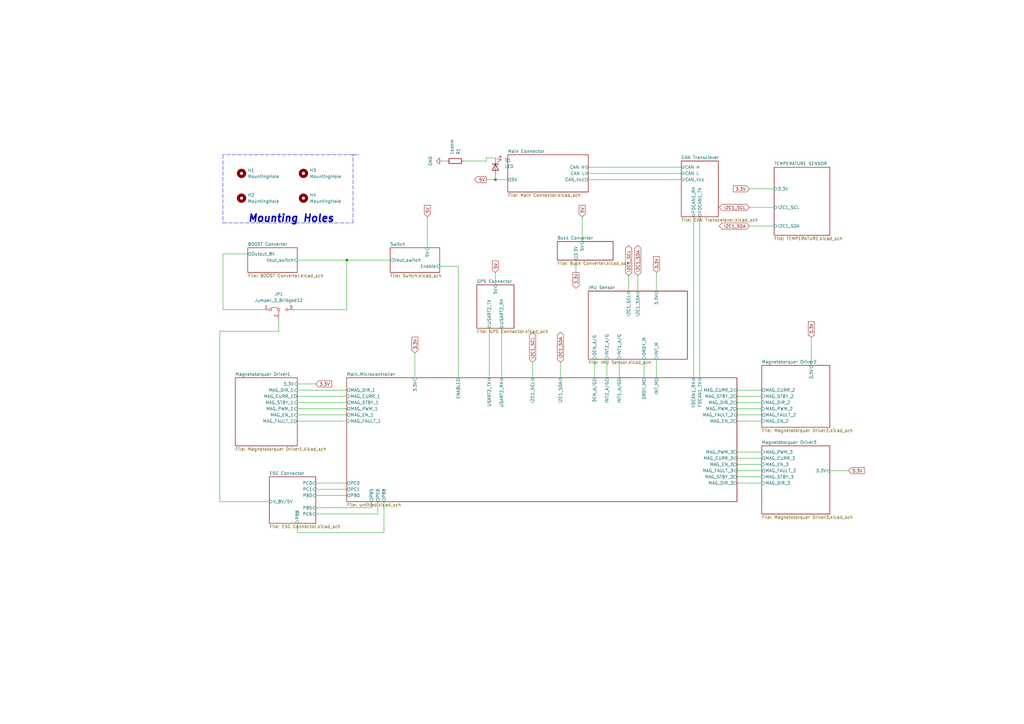
<source format=kicad_sch>
(kicad_sch (version 20211123) (generator eeschema)

  (uuid 723ebe8d-4881-4a1a-b971-ede9da8cc09e)

  (paper "A3")

  (lib_symbols
    (symbol "Device:LED" (pin_numbers hide) (pin_names (offset 1.016) hide) (in_bom yes) (on_board yes)
      (property "Reference" "D" (id 0) (at 0 2.54 0)
        (effects (font (size 1.27 1.27)))
      )
      (property "Value" "LED" (id 1) (at 0 -2.54 0)
        (effects (font (size 1.27 1.27)))
      )
      (property "Footprint" "" (id 2) (at 0 0 0)
        (effects (font (size 1.27 1.27)) hide)
      )
      (property "Datasheet" "~" (id 3) (at 0 0 0)
        (effects (font (size 1.27 1.27)) hide)
      )
      (property "ki_keywords" "LED diode" (id 4) (at 0 0 0)
        (effects (font (size 1.27 1.27)) hide)
      )
      (property "ki_description" "Light emitting diode" (id 5) (at 0 0 0)
        (effects (font (size 1.27 1.27)) hide)
      )
      (property "ki_fp_filters" "LED* LED_SMD:* LED_THT:*" (id 6) (at 0 0 0)
        (effects (font (size 1.27 1.27)) hide)
      )
      (symbol "LED_0_1"
        (polyline
          (pts
            (xy -1.27 -1.27)
            (xy -1.27 1.27)
          )
          (stroke (width 0.254) (type default) (color 0 0 0 0))
          (fill (type none))
        )
        (polyline
          (pts
            (xy -1.27 0)
            (xy 1.27 0)
          )
          (stroke (width 0) (type default) (color 0 0 0 0))
          (fill (type none))
        )
        (polyline
          (pts
            (xy 1.27 -1.27)
            (xy 1.27 1.27)
            (xy -1.27 0)
            (xy 1.27 -1.27)
          )
          (stroke (width 0.254) (type default) (color 0 0 0 0))
          (fill (type none))
        )
        (polyline
          (pts
            (xy -3.048 -0.762)
            (xy -4.572 -2.286)
            (xy -3.81 -2.286)
            (xy -4.572 -2.286)
            (xy -4.572 -1.524)
          )
          (stroke (width 0) (type default) (color 0 0 0 0))
          (fill (type none))
        )
        (polyline
          (pts
            (xy -1.778 -0.762)
            (xy -3.302 -2.286)
            (xy -2.54 -2.286)
            (xy -3.302 -2.286)
            (xy -3.302 -1.524)
          )
          (stroke (width 0) (type default) (color 0 0 0 0))
          (fill (type none))
        )
      )
      (symbol "LED_1_1"
        (pin passive line (at -3.81 0 0) (length 2.54)
          (name "K" (effects (font (size 1.27 1.27))))
          (number "1" (effects (font (size 1.27 1.27))))
        )
        (pin passive line (at 3.81 0 180) (length 2.54)
          (name "A" (effects (font (size 1.27 1.27))))
          (number "2" (effects (font (size 1.27 1.27))))
        )
      )
    )
    (symbol "Device:R" (pin_numbers hide) (pin_names (offset 0)) (in_bom yes) (on_board yes)
      (property "Reference" "R" (id 0) (at 2.032 0 90)
        (effects (font (size 1.27 1.27)))
      )
      (property "Value" "R" (id 1) (at 0 0 90)
        (effects (font (size 1.27 1.27)))
      )
      (property "Footprint" "" (id 2) (at -1.778 0 90)
        (effects (font (size 1.27 1.27)) hide)
      )
      (property "Datasheet" "~" (id 3) (at 0 0 0)
        (effects (font (size 1.27 1.27)) hide)
      )
      (property "ki_keywords" "R res resistor" (id 4) (at 0 0 0)
        (effects (font (size 1.27 1.27)) hide)
      )
      (property "ki_description" "Resistor" (id 5) (at 0 0 0)
        (effects (font (size 1.27 1.27)) hide)
      )
      (property "ki_fp_filters" "R_*" (id 6) (at 0 0 0)
        (effects (font (size 1.27 1.27)) hide)
      )
      (symbol "R_0_1"
        (rectangle (start -1.016 -2.54) (end 1.016 2.54)
          (stroke (width 0.254) (type default) (color 0 0 0 0))
          (fill (type none))
        )
      )
      (symbol "R_1_1"
        (pin passive line (at 0 3.81 270) (length 1.27)
          (name "~" (effects (font (size 1.27 1.27))))
          (number "1" (effects (font (size 1.27 1.27))))
        )
        (pin passive line (at 0 -3.81 90) (length 1.27)
          (name "~" (effects (font (size 1.27 1.27))))
          (number "2" (effects (font (size 1.27 1.27))))
        )
      )
    )
    (symbol "Jumper:Jumper_3_Bridged12" (pin_names (offset 0) hide) (in_bom yes) (on_board yes)
      (property "Reference" "JP" (id 0) (at -2.54 -2.54 0)
        (effects (font (size 1.27 1.27)))
      )
      (property "Value" "Jumper_3_Bridged12" (id 1) (at 0 2.794 0)
        (effects (font (size 1.27 1.27)))
      )
      (property "Footprint" "" (id 2) (at 0 0 0)
        (effects (font (size 1.27 1.27)) hide)
      )
      (property "Datasheet" "~" (id 3) (at 0 0 0)
        (effects (font (size 1.27 1.27)) hide)
      )
      (property "ki_keywords" "Jumper SPDT" (id 4) (at 0 0 0)
        (effects (font (size 1.27 1.27)) hide)
      )
      (property "ki_description" "Jumper, 3-pole, pins 1+2 closed/bridged" (id 5) (at 0 0 0)
        (effects (font (size 1.27 1.27)) hide)
      )
      (property "ki_fp_filters" "Jumper* TestPoint*3Pads* TestPoint*Bridge*" (id 6) (at 0 0 0)
        (effects (font (size 1.27 1.27)) hide)
      )
      (symbol "Jumper_3_Bridged12_0_0"
        (circle (center -3.302 0) (radius 0.508)
          (stroke (width 0) (type default) (color 0 0 0 0))
          (fill (type none))
        )
        (circle (center 0 0) (radius 0.508)
          (stroke (width 0) (type default) (color 0 0 0 0))
          (fill (type none))
        )
        (circle (center 3.302 0) (radius 0.508)
          (stroke (width 0) (type default) (color 0 0 0 0))
          (fill (type none))
        )
      )
      (symbol "Jumper_3_Bridged12_0_1"
        (arc (start -0.254 0.508) (mid -1.651 0.9912) (end -3.048 0.508)
          (stroke (width 0) (type default) (color 0 0 0 0))
          (fill (type none))
        )
        (polyline
          (pts
            (xy 0 -1.27)
            (xy 0 -0.508)
          )
          (stroke (width 0) (type default) (color 0 0 0 0))
          (fill (type none))
        )
      )
      (symbol "Jumper_3_Bridged12_1_1"
        (pin passive line (at -6.35 0 0) (length 2.54)
          (name "A" (effects (font (size 1.27 1.27))))
          (number "1" (effects (font (size 1.27 1.27))))
        )
        (pin passive line (at 0 -3.81 90) (length 2.54)
          (name "C" (effects (font (size 1.27 1.27))))
          (number "2" (effects (font (size 1.27 1.27))))
        )
        (pin passive line (at 6.35 0 180) (length 2.54)
          (name "B" (effects (font (size 1.27 1.27))))
          (number "3" (effects (font (size 1.27 1.27))))
        )
      )
    )
    (symbol "Mechanical:MountingHole" (pin_names (offset 1.016)) (in_bom yes) (on_board yes)
      (property "Reference" "H" (id 0) (at 0 5.08 0)
        (effects (font (size 1.27 1.27)))
      )
      (property "Value" "MountingHole" (id 1) (at 0 3.175 0)
        (effects (font (size 1.27 1.27)))
      )
      (property "Footprint" "" (id 2) (at 0 0 0)
        (effects (font (size 1.27 1.27)) hide)
      )
      (property "Datasheet" "~" (id 3) (at 0 0 0)
        (effects (font (size 1.27 1.27)) hide)
      )
      (property "ki_keywords" "mounting hole" (id 4) (at 0 0 0)
        (effects (font (size 1.27 1.27)) hide)
      )
      (property "ki_description" "Mounting Hole without connection" (id 5) (at 0 0 0)
        (effects (font (size 1.27 1.27)) hide)
      )
      (property "ki_fp_filters" "MountingHole*" (id 6) (at 0 0 0)
        (effects (font (size 1.27 1.27)) hide)
      )
      (symbol "MountingHole_0_1"
        (circle (center 0 0) (radius 1.27)
          (stroke (width 1.27) (type default) (color 0 0 0 0))
          (fill (type none))
        )
      )
    )
    (symbol "power:GND" (power) (pin_names (offset 0)) (in_bom yes) (on_board yes)
      (property "Reference" "#PWR" (id 0) (at 0 -6.35 0)
        (effects (font (size 1.27 1.27)) hide)
      )
      (property "Value" "GND" (id 1) (at 0 -3.81 0)
        (effects (font (size 1.27 1.27)))
      )
      (property "Footprint" "" (id 2) (at 0 0 0)
        (effects (font (size 1.27 1.27)) hide)
      )
      (property "Datasheet" "" (id 3) (at 0 0 0)
        (effects (font (size 1.27 1.27)) hide)
      )
      (property "ki_keywords" "global power" (id 4) (at 0 0 0)
        (effects (font (size 1.27 1.27)) hide)
      )
      (property "ki_description" "Power symbol creates a global label with name \"GND\" , ground" (id 5) (at 0 0 0)
        (effects (font (size 1.27 1.27)) hide)
      )
      (symbol "GND_0_1"
        (polyline
          (pts
            (xy 0 0)
            (xy 0 -1.27)
            (xy 1.27 -1.27)
            (xy 0 -2.54)
            (xy -1.27 -1.27)
            (xy 0 -1.27)
          )
          (stroke (width 0) (type default) (color 0 0 0 0))
          (fill (type none))
        )
      )
      (symbol "GND_1_1"
        (pin power_in line (at 0 0 270) (length 0) hide
          (name "GND" (effects (font (size 1.27 1.27))))
          (number "1" (effects (font (size 1.27 1.27))))
        )
      )
    )
  )

  (junction (at 203.2 73.66) (diameter 0) (color 0 0 0 0)
    (uuid c59e7fc7-8017-451a-8ea2-300d72632bae)
  )
  (junction (at 142.24 106.68) (diameter 0) (color 0 0 0 0)
    (uuid f29b37a5-cf52-44b0-a1eb-7ea83333548a)
  )

  (wire (pts (xy 187.96 109.22) (xy 180.34 109.22))
    (stroke (width 0) (type default) (color 0 0 0 0))
    (uuid 014b0758-1aaa-4a56-8cc3-babac51bb093)
  )
  (wire (pts (xy 199.39 66.04) (xy 199.39 64.77))
    (stroke (width 0) (type default) (color 0 0 0 0))
    (uuid 02b135f2-ac4c-40b8-a967-ff5d697675cf)
  )
  (wire (pts (xy 121.92 162.56) (xy 142.24 162.56))
    (stroke (width 0) (type default) (color 0 0 0 0))
    (uuid 08b7e2da-f715-40b1-8079-859ef8448ffc)
  )
  (wire (pts (xy 302.26 167.64) (xy 312.42 167.64))
    (stroke (width 0) (type default) (color 0 0 0 0))
    (uuid 0a59cb6a-6f47-4760-ae28-ee5f48c889f0)
  )
  (wire (pts (xy 203.2 73.66) (xy 208.28 73.66))
    (stroke (width 0) (type default) (color 0 0 0 0))
    (uuid 0bae793c-e480-4157-b3fe-5446b0ede81c)
  )
  (wire (pts (xy 129.54 198.12) (xy 142.24 198.12))
    (stroke (width 0) (type default) (color 0 0 0 0))
    (uuid 0c40dd0a-d306-47e6-9c73-19da3ed9b19b)
  )
  (wire (pts (xy 90.17 205.74) (xy 90.17 135.89))
    (stroke (width 0) (type default) (color 0 0 0 0))
    (uuid 0d2637d9-01ac-483c-a89f-fea6170ab79c)
  )
  (wire (pts (xy 257.81 113.03) (xy 257.81 119.38))
    (stroke (width 0) (type default) (color 0 0 0 0))
    (uuid 0d4d8331-7410-4222-ba49-14f139d7149c)
  )
  (wire (pts (xy 142.24 106.68) (xy 142.24 127))
    (stroke (width 0) (type default) (color 0 0 0 0))
    (uuid 0f8b5185-5ec0-45ef-82e4-7a42e8c8c52e)
  )
  (polyline (pts (xy 91.44 91.44) (xy 144.78 91.44))
    (stroke (width 0) (type default) (color 0 0 0 0))
    (uuid 16e28014-8b40-472c-828f-e0848eee7287)
  )

  (wire (pts (xy 264.16 147.32) (xy 264.16 154.94))
    (stroke (width 0) (type default) (color 0 0 0 0))
    (uuid 196ea531-ea49-42ee-8e6b-1dd4a26deb5d)
  )
  (wire (pts (xy 190.5 66.04) (xy 199.39 66.04))
    (stroke (width 0) (type default) (color 0 0 0 0))
    (uuid 1b2bc3a7-4e39-4523-9ec9-bd55902f9916)
  )
  (wire (pts (xy 236.22 106.68) (xy 236.22 111.76))
    (stroke (width 0) (type default) (color 0 0 0 0))
    (uuid 23041df4-ba0d-4ada-806c-50972922544c)
  )
  (polyline (pts (xy 144.78 63.5) (xy 91.44 63.5))
    (stroke (width 0) (type default) (color 0 0 0 0))
    (uuid 2327538f-1921-495a-91d3-23fb6f74b206)
  )
  (polyline (pts (xy 144.78 91.44) (xy 144.78 63.5))
    (stroke (width 0) (type default) (color 0 0 0 0))
    (uuid 24eb2675-1656-44bf-b7c7-766384fe7c26)
  )

  (wire (pts (xy 340.36 193.04) (xy 347.98 193.04))
    (stroke (width 0) (type default) (color 0 0 0 0))
    (uuid 25708eae-64c9-4370-86a9-6a20621ffbbd)
  )
  (wire (pts (xy 302.26 165.1) (xy 312.42 165.1))
    (stroke (width 0) (type default) (color 0 0 0 0))
    (uuid 2593f27c-9bcb-42e2-8b1e-717d94457834)
  )
  (wire (pts (xy 269.24 111.76) (xy 269.24 119.38))
    (stroke (width 0) (type default) (color 0 0 0 0))
    (uuid 2887d9d2-da7b-435f-a489-488a6d69aafc)
  )
  (wire (pts (xy 187.96 154.94) (xy 187.96 109.22))
    (stroke (width 0) (type default) (color 0 0 0 0))
    (uuid 30698555-7cdc-4cd8-bd60-976ac70eb53b)
  )
  (wire (pts (xy 142.24 106.68) (xy 160.02 106.68))
    (stroke (width 0) (type default) (color 0 0 0 0))
    (uuid 32681aad-680d-4e89-8bda-eb7f8e59d6d5)
  )
  (wire (pts (xy 302.26 187.96) (xy 312.42 187.96))
    (stroke (width 0) (type default) (color 0 0 0 0))
    (uuid 33206328-768a-4bf3-93a4-485947b85290)
  )
  (wire (pts (xy 121.92 165.1) (xy 142.24 165.1))
    (stroke (width 0) (type default) (color 0 0 0 0))
    (uuid 36335894-791e-4776-8589-fd577049e376)
  )
  (wire (pts (xy 142.24 127) (xy 120.65 127))
    (stroke (width 0) (type default) (color 0 0 0 0))
    (uuid 3c6d9d80-25c1-4023-b1ae-345a3137dfe0)
  )
  (wire (pts (xy 302.26 185.42) (xy 312.42 185.42))
    (stroke (width 0) (type default) (color 0 0 0 0))
    (uuid 3e97c6ac-b75c-4816-890d-c259f435d55a)
  )
  (wire (pts (xy 302.26 170.18) (xy 312.42 170.18))
    (stroke (width 0) (type default) (color 0 0 0 0))
    (uuid 45dce2dc-1f72-4396-bf07-a9d44370c21b)
  )
  (wire (pts (xy 154.94 210.82) (xy 154.94 205.74))
    (stroke (width 0) (type default) (color 0 0 0 0))
    (uuid 4bfadaae-0f04-4a87-9709-f40d1d29e455)
  )
  (wire (pts (xy 317.5 92.71) (xy 307.34 92.71))
    (stroke (width 0) (type default) (color 0 0 0 0))
    (uuid 4f666f72-db61-4ec6-8d41-0668df38216f)
  )
  (wire (pts (xy 129.54 210.82) (xy 154.94 210.82))
    (stroke (width 0) (type default) (color 0 0 0 0))
    (uuid 509da9c5-87be-456b-bc3d-bbb94515336e)
  )
  (wire (pts (xy 241.3 73.66) (xy 279.4 73.66))
    (stroke (width 0) (type default) (color 0 0 0 0))
    (uuid 545f0ff5-470f-4939-aa6c-820e22789744)
  )
  (wire (pts (xy 129.54 208.28) (xy 152.4 208.28))
    (stroke (width 0) (type default) (color 0 0 0 0))
    (uuid 5832fbb6-cf42-489f-b6e1-9016c7030120)
  )
  (wire (pts (xy 203.2 73.66) (xy 199.39 73.66))
    (stroke (width 0) (type default) (color 0 0 0 0))
    (uuid 5d224656-1d71-48e3-95f8-c4112df15cc9)
  )
  (wire (pts (xy 199.39 64.77) (xy 203.2 64.77))
    (stroke (width 0) (type default) (color 0 0 0 0))
    (uuid 5d56c2ce-597d-4e39-8452-96851e4f50bb)
  )
  (wire (pts (xy 129.54 200.66) (xy 142.24 200.66))
    (stroke (width 0) (type default) (color 0 0 0 0))
    (uuid 62816f33-8074-443d-afbb-3c9ac16e699b)
  )
  (wire (pts (xy 121.92 160.02) (xy 142.24 160.02))
    (stroke (width 0) (type default) (color 0 0 0 0))
    (uuid 66eb72a7-1b64-46c6-923c-302f9541d10f)
  )
  (polyline (pts (xy 144.78 63.5) (xy 147.32 63.5))
    (stroke (width 0) (type default) (color 0 0 0 0))
    (uuid 6a4d4e32-77dc-4f3a-a0ff-af8a34a96e3e)
  )

  (wire (pts (xy 90.17 135.89) (xy 114.3 135.89))
    (stroke (width 0) (type default) (color 0 0 0 0))
    (uuid 6be66049-6395-4684-b85a-2d6e1528d20f)
  )
  (wire (pts (xy 218.44 148.59) (xy 218.44 154.94))
    (stroke (width 0) (type default) (color 0 0 0 0))
    (uuid 6c512329-140f-40a6-a300-38046bad7d1c)
  )
  (wire (pts (xy 254 147.32) (xy 254 154.94))
    (stroke (width 0) (type default) (color 0 0 0 0))
    (uuid 7271df14-5c13-4d1c-baee-0f04fbe7f8a9)
  )
  (wire (pts (xy 175.26 101.6) (xy 175.26 88.9))
    (stroke (width 0) (type default) (color 0 0 0 0))
    (uuid 7272ffbf-7145-48ca-a6ae-00c7fda339d0)
  )
  (wire (pts (xy 269.24 147.32) (xy 269.24 154.94))
    (stroke (width 0) (type default) (color 0 0 0 0))
    (uuid 736a1ff6-80ff-40b7-8650-2ca5a5c01c97)
  )
  (wire (pts (xy 248.92 147.32) (xy 248.92 154.94))
    (stroke (width 0) (type default) (color 0 0 0 0))
    (uuid 737e6e94-9df9-4c5d-9bb1-3663952f4579)
  )
  (wire (pts (xy 307.34 85.09) (xy 317.5 85.09))
    (stroke (width 0) (type default) (color 0 0 0 0))
    (uuid 7c549378-da31-454a-a96e-386d73312b4b)
  )
  (wire (pts (xy 101.6 104.14) (xy 91.44 104.14))
    (stroke (width 0) (type default) (color 0 0 0 0))
    (uuid 7d00b433-aaa7-4bbc-a99c-874f2c077d06)
  )
  (wire (pts (xy 284.48 88.9) (xy 284.48 154.94))
    (stroke (width 0) (type default) (color 0 0 0 0))
    (uuid 7f4ee102-8163-4d7c-a06d-c87e30f13cf8)
  )
  (wire (pts (xy 203.2 111.76) (xy 203.2 116.84))
    (stroke (width 0) (type default) (color 0 0 0 0))
    (uuid 83d494f1-6a26-4ec1-afd3-0c77ca4c4dda)
  )
  (wire (pts (xy 238.76 88.9) (xy 238.76 99.06))
    (stroke (width 0) (type default) (color 0 0 0 0))
    (uuid 851f8f92-c53c-47a2-9371-083308109f45)
  )
  (wire (pts (xy 307.34 77.47) (xy 317.5 77.47))
    (stroke (width 0) (type default) (color 0 0 0 0))
    (uuid 85e3e25b-a1ec-47a0-aecf-9d08323bdece)
  )
  (wire (pts (xy 261.62 113.03) (xy 261.62 119.38))
    (stroke (width 0) (type default) (color 0 0 0 0))
    (uuid 8c1d4bf9-0207-4477-af46-4656e2d89a63)
  )
  (wire (pts (xy 170.18 144.78) (xy 170.18 154.94))
    (stroke (width 0) (type default) (color 0 0 0 0))
    (uuid 95ff014e-0dee-4f7a-becb-1c1d6462fd02)
  )
  (wire (pts (xy 200.66 134.62) (xy 200.66 154.94))
    (stroke (width 0) (type default) (color 0 0 0 0))
    (uuid 99ac7fd5-a584-455a-8af0-169739083171)
  )
  (wire (pts (xy 203.2 72.39) (xy 203.2 73.66))
    (stroke (width 0) (type default) (color 0 0 0 0))
    (uuid a0ad1a6e-56af-4a7b-ad08-b5f7c3d3c271)
  )
  (wire (pts (xy 229.87 148.59) (xy 229.87 154.94))
    (stroke (width 0) (type default) (color 0 0 0 0))
    (uuid a0c821f9-a78a-499b-9ff4-08b2156482e9)
  )
  (wire (pts (xy 91.44 127) (xy 107.95 127))
    (stroke (width 0) (type default) (color 0 0 0 0))
    (uuid a4917e44-d7ee-4474-88f8-a6f4db8f5dc6)
  )
  (wire (pts (xy 152.4 208.28) (xy 152.4 205.74))
    (stroke (width 0) (type default) (color 0 0 0 0))
    (uuid a61fbc35-c360-47ac-9544-0423d556515d)
  )
  (wire (pts (xy 241.3 68.58) (xy 279.4 68.58))
    (stroke (width 0) (type default) (color 0 0 0 0))
    (uuid ab86a51d-98c8-40db-9817-fb56e70295fc)
  )
  (wire (pts (xy 114.3 130.81) (xy 114.3 135.89))
    (stroke (width 0) (type default) (color 0 0 0 0))
    (uuid acae9fc6-949a-4c31-bae2-64b5f3ba028b)
  )
  (wire (pts (xy 90.17 205.74) (xy 110.49 205.74))
    (stroke (width 0) (type default) (color 0 0 0 0))
    (uuid ad6ced77-d2aa-4a96-a518-72a7fdf1fc5d)
  )
  (wire (pts (xy 121.92 106.68) (xy 142.24 106.68))
    (stroke (width 0) (type default) (color 0 0 0 0))
    (uuid aeb432d4-74bc-405e-89b4-b2b4b0d38b48)
  )
  (wire (pts (xy 121.92 172.72) (xy 142.24 172.72))
    (stroke (width 0) (type default) (color 0 0 0 0))
    (uuid b91a5e35-4871-49a1-95f8-361b1211935c)
  )
  (wire (pts (xy 91.44 104.14) (xy 91.44 127))
    (stroke (width 0) (type default) (color 0 0 0 0))
    (uuid bea8deed-ea5e-4725-9e2c-2abaf2a91406)
  )
  (wire (pts (xy 332.74 138.43) (xy 332.74 149.86))
    (stroke (width 0) (type default) (color 0 0 0 0))
    (uuid c00e0549-2cb6-45f3-a4c9-1dbfc59114b0)
  )
  (wire (pts (xy 129.54 157.48) (xy 121.92 157.48))
    (stroke (width 0) (type default) (color 0 0 0 0))
    (uuid c3c2ebb3-bb9c-402e-ad83-d6f85c13833b)
  )
  (wire (pts (xy 302.26 190.5) (xy 312.42 190.5))
    (stroke (width 0) (type default) (color 0 0 0 0))
    (uuid c61687ec-fc78-4dec-b290-591d607fc356)
  )
  (wire (pts (xy 287.02 88.9) (xy 287.02 154.94))
    (stroke (width 0) (type default) (color 0 0 0 0))
    (uuid ca1d61fa-d72f-4f42-bc7c-dcee181ef70a)
  )
  (wire (pts (xy 302.26 160.02) (xy 312.42 160.02))
    (stroke (width 0) (type default) (color 0 0 0 0))
    (uuid cebf4cf8-026d-4b3b-a181-62c6ca6dd492)
  )
  (wire (pts (xy 302.26 195.58) (xy 312.42 195.58))
    (stroke (width 0) (type default) (color 0 0 0 0))
    (uuid d8d4d96f-1fdb-4817-b34d-52f03de138b6)
  )
  (wire (pts (xy 302.26 198.12) (xy 312.42 198.12))
    (stroke (width 0) (type default) (color 0 0 0 0))
    (uuid d91af349-7fb8-4734-a620-328f6612a1f3)
  )
  (wire (pts (xy 121.92 214.63) (xy 121.92 218.44))
    (stroke (width 0) (type default) (color 0 0 0 0))
    (uuid dc25c470-f8cc-407c-8959-c75f2d5ecb08)
  )
  (wire (pts (xy 302.26 193.04) (xy 312.42 193.04))
    (stroke (width 0) (type default) (color 0 0 0 0))
    (uuid dee68d40-8730-4473-8968-1057abcb6b78)
  )
  (wire (pts (xy 302.26 172.72) (xy 312.42 172.72))
    (stroke (width 0) (type default) (color 0 0 0 0))
    (uuid e2ee09e1-e82b-4d42-a14c-2c1044770e60)
  )
  (wire (pts (xy 129.54 203.2) (xy 142.24 203.2))
    (stroke (width 0) (type default) (color 0 0 0 0))
    (uuid e4e850f7-b234-4c61-a7f2-135bc3e1e04d)
  )
  (wire (pts (xy 157.48 218.44) (xy 157.48 205.74))
    (stroke (width 0) (type default) (color 0 0 0 0))
    (uuid e513bad1-1245-4409-9591-8dd7d261d5f5)
  )
  (wire (pts (xy 205.74 134.62) (xy 205.74 154.94))
    (stroke (width 0) (type default) (color 0 0 0 0))
    (uuid ea6e39a6-e906-48b9-9010-9d461f06eb1b)
  )
  (wire (pts (xy 182.88 66.04) (xy 181.61 66.04))
    (stroke (width 0) (type default) (color 0 0 0 0))
    (uuid ec05006b-6fd7-440a-a88a-c4139c0b0f50)
  )
  (wire (pts (xy 243.84 147.32) (xy 243.84 154.94))
    (stroke (width 0) (type default) (color 0 0 0 0))
    (uuid efb36686-d4ad-4e86-b54a-1e679cb843b1)
  )
  (polyline (pts (xy 91.44 63.5) (xy 91.44 91.44))
    (stroke (width 0) (type default) (color 0 0 0 0))
    (uuid f136fa62-d1a0-4abe-9065-8924fd18367b)
  )

  (wire (pts (xy 121.92 170.18) (xy 142.24 170.18))
    (stroke (width 0) (type default) (color 0 0 0 0))
    (uuid f47f4e1f-5320-4b8f-b073-01acf533d226)
  )
  (wire (pts (xy 241.3 71.12) (xy 279.4 71.12))
    (stroke (width 0) (type default) (color 0 0 0 0))
    (uuid f62acb35-ea60-45c0-9bb2-5a97bc4717bc)
  )
  (wire (pts (xy 302.26 162.56) (xy 312.42 162.56))
    (stroke (width 0) (type default) (color 0 0 0 0))
    (uuid f6d3c71d-b669-4bc5-88a9-c281993a8239)
  )
  (wire (pts (xy 121.92 218.44) (xy 157.48 218.44))
    (stroke (width 0) (type default) (color 0 0 0 0))
    (uuid f9351b1e-6d96-4507-ad18-a3c80ddc3801)
  )
  (wire (pts (xy 121.92 167.64) (xy 142.24 167.64))
    (stroke (width 0) (type default) (color 0 0 0 0))
    (uuid fbfb37f6-c49f-4e4a-a9c7-e94f58beb2d4)
  )

  (text "Mounting Holes\n" (at 101.6 91.44 0)
    (effects (font (size 3 3) bold italic) (justify left bottom))
    (uuid 898805f6-7cd5-4d99-ac98-bdd3b4b925f4)
  )

  (global_label "3.3V" (shape input) (at 347.98 193.04 0) (fields_autoplaced)
    (effects (font (size 1.27 1.27)) (justify left))
    (uuid 025c883a-02c1-402d-92ea-d6d63389002a)
    (property "Intersheet References" "${INTERSHEET_REFS}" (id 0) (at 354.5055 192.9606 0)
      (effects (font (size 1.27 1.27)) (justify left) hide)
    )
  )
  (global_label "I2C1_SDA" (shape bidirectional) (at 229.87 148.59 90) (fields_autoplaced)
    (effects (font (size 1.27 1.27)) (justify left))
    (uuid 12246971-eb47-486c-b0b7-26e7bd59c1e1)
    (property "Intersheet References" "${INTERSHEET_REFS}" (id 0) (at 229.7906 137.3474 90)
      (effects (font (size 1.27 1.27)) (justify left) hide)
    )
  )
  (global_label "3.3V" (shape input) (at 332.74 138.43 90) (fields_autoplaced)
    (effects (font (size 1.27 1.27)) (justify left))
    (uuid 2212ac65-74d9-4819-a278-e134b2757792)
    (property "Intersheet References" "${INTERSHEET_REFS}" (id 0) (at 332.6606 131.9045 90)
      (effects (font (size 1.27 1.27)) (justify left) hide)
    )
  )
  (global_label "5V" (shape output) (at 199.39 73.66 180) (fields_autoplaced)
    (effects (font (size 1.27 1.27)) (justify right))
    (uuid 2442ad80-ec85-4a6b-b42e-36385a54b07d)
    (property "Intersheet References" "${INTERSHEET_REFS}" (id 0) (at 194.6788 73.5806 0)
      (effects (font (size 1.27 1.27)) (justify right) hide)
    )
  )
  (global_label "I2C1_SCL" (shape bidirectional) (at 307.34 85.09 180) (fields_autoplaced)
    (effects (font (size 1.27 1.27)) (justify right))
    (uuid 3482bbfd-5472-4430-b8db-332ee2a06e63)
    (property "Intersheet References" "${INTERSHEET_REFS}" (id 0) (at 296.1579 85.0106 0)
      (effects (font (size 1.27 1.27)) (justify right) hide)
    )
  )
  (global_label "5V" (shape input) (at 238.76 88.9 90) (fields_autoplaced)
    (effects (font (size 1.27 1.27)) (justify left))
    (uuid 527fdbf7-64c6-4238-9ed0-a87e108f2d96)
    (property "Intersheet References" "${INTERSHEET_REFS}" (id 0) (at 238.6806 84.1888 90)
      (effects (font (size 1.27 1.27)) (justify left) hide)
    )
  )
  (global_label "3.3V" (shape input) (at 269.24 111.76 90) (fields_autoplaced)
    (effects (font (size 1.27 1.27)) (justify left))
    (uuid 6a819c62-5af1-4bcd-b129-503bf3ff6f58)
    (property "Intersheet References" "${INTERSHEET_REFS}" (id 0) (at 269.1606 105.2345 90)
      (effects (font (size 1.27 1.27)) (justify left) hide)
    )
  )
  (global_label "5V" (shape input) (at 175.26 88.9 90) (fields_autoplaced)
    (effects (font (size 1.27 1.27)) (justify left))
    (uuid 6c819f4d-fe52-4b98-81a7-3ea4d3d6d9cb)
    (property "Intersheet References" "${INTERSHEET_REFS}" (id 0) (at 175.1806 84.1888 90)
      (effects (font (size 1.27 1.27)) (justify left) hide)
    )
  )
  (global_label "3.3V" (shape input) (at 307.34 77.47 180) (fields_autoplaced)
    (effects (font (size 1.27 1.27)) (justify right))
    (uuid 75951da1-7880-4c74-895c-70c450e93e31)
    (property "Intersheet References" "${INTERSHEET_REFS}" (id 0) (at 300.8145 77.3906 0)
      (effects (font (size 1.27 1.27)) (justify right) hide)
    )
  )
  (global_label "I2C1_SCL" (shape bidirectional) (at 218.44 148.59 90) (fields_autoplaced)
    (effects (font (size 1.27 1.27)) (justify left))
    (uuid 775306aa-29cd-4a2f-9371-132066453b5a)
    (property "Intersheet References" "${INTERSHEET_REFS}" (id 0) (at 218.3606 137.4079 90)
      (effects (font (size 1.27 1.27)) (justify left) hide)
    )
  )
  (global_label "3.3V" (shape output) (at 236.22 111.76 270) (fields_autoplaced)
    (effects (font (size 1.27 1.27)) (justify right))
    (uuid 7c0be8f3-7469-4aca-97c7-55df6676157b)
    (property "Intersheet References" "${INTERSHEET_REFS}" (id 0) (at 236.1406 118.2855 90)
      (effects (font (size 1.27 1.27)) (justify right) hide)
    )
  )
  (global_label "I2C1_SDA" (shape bidirectional) (at 307.34 92.71 180) (fields_autoplaced)
    (effects (font (size 1.27 1.27)) (justify right))
    (uuid 85919309-a46a-4853-a2c3-dfd33d3964da)
    (property "Intersheet References" "${INTERSHEET_REFS}" (id 0) (at 296.0974 92.6306 0)
      (effects (font (size 1.27 1.27)) (justify right) hide)
    )
  )
  (global_label "I2C1_SDA" (shape bidirectional) (at 261.62 113.03 90) (fields_autoplaced)
    (effects (font (size 1.27 1.27)) (justify left))
    (uuid 85faa722-f5a4-4df0-a6af-eab5550b7ae9)
    (property "Intersheet References" "${INTERSHEET_REFS}" (id 0) (at 261.5406 101.7874 90)
      (effects (font (size 1.27 1.27)) (justify left) hide)
    )
  )
  (global_label "5V" (shape input) (at 203.2 111.76 90) (fields_autoplaced)
    (effects (font (size 1.27 1.27)) (justify left))
    (uuid 90fe5ec6-8b40-4b7a-8f45-8ae72e3eac20)
    (property "Intersheet References" "${INTERSHEET_REFS}" (id 0) (at 203.1206 107.0488 90)
      (effects (font (size 1.27 1.27)) (justify left) hide)
    )
  )
  (global_label "3.3V" (shape input) (at 170.18 144.78 90) (fields_autoplaced)
    (effects (font (size 1.27 1.27)) (justify left))
    (uuid b6d39c6d-eb8d-498c-bc16-0ed1255092d7)
    (property "Intersheet References" "${INTERSHEET_REFS}" (id 0) (at 170.1006 138.2545 90)
      (effects (font (size 1.27 1.27)) (justify left) hide)
    )
  )
  (global_label "I2C1_SCL" (shape bidirectional) (at 257.81 113.03 90) (fields_autoplaced)
    (effects (font (size 1.27 1.27)) (justify left))
    (uuid cccda5b2-79b5-473a-8de3-45711792c48a)
    (property "Intersheet References" "${INTERSHEET_REFS}" (id 0) (at 257.7306 101.8479 90)
      (effects (font (size 1.27 1.27)) (justify left) hide)
    )
  )
  (global_label "3.3V" (shape input) (at 129.54 157.48 0) (fields_autoplaced)
    (effects (font (size 1.27 1.27)) (justify left))
    (uuid f788894e-51d2-45ab-9e5a-e1696a036c18)
    (property "Intersheet References" "${INTERSHEET_REFS}" (id 0) (at 136.0655 157.4006 0)
      (effects (font (size 1.27 1.27)) (justify left) hide)
    )
  )

  (symbol (lib_id "Mechanical:MountingHole") (at 99.06 81.28 0) (unit 1)
    (in_bom yes) (on_board yes) (fields_autoplaced)
    (uuid 1d5c3d1b-455a-44af-b8af-8e3416826501)
    (property "Reference" "H2" (id 0) (at 101.6 80.0099 0)
      (effects (font (size 1.27 1.27)) (justify left))
    )
    (property "Value" "MountingHole" (id 1) (at 101.6 82.5499 0)
      (effects (font (size 1.27 1.27)) (justify left))
    )
    (property "Footprint" "MountingHole:MountingHole_2.5mm" (id 2) (at 99.06 81.28 0)
      (effects (font (size 1.27 1.27)) hide)
    )
    (property "Datasheet" "~" (id 3) (at 99.06 81.28 0)
      (effects (font (size 1.27 1.27)) hide)
    )
  )

  (symbol (lib_id "Mechanical:MountingHole") (at 124.46 81.28 0) (unit 1)
    (in_bom yes) (on_board yes) (fields_autoplaced)
    (uuid 41ed1be8-e35e-41a5-9c2f-b970d5dcc093)
    (property "Reference" "H4" (id 0) (at 127 80.0099 0)
      (effects (font (size 1.27 1.27)) (justify left))
    )
    (property "Value" "MountingHole" (id 1) (at 127 82.5499 0)
      (effects (font (size 1.27 1.27)) (justify left))
    )
    (property "Footprint" "MountingHole:MountingHole_2.5mm" (id 2) (at 124.46 81.28 0)
      (effects (font (size 1.27 1.27)) hide)
    )
    (property "Datasheet" "~" (id 3) (at 124.46 81.28 0)
      (effects (font (size 1.27 1.27)) hide)
    )
  )

  (symbol (lib_id "Device:LED") (at 203.2 68.58 90) (mirror x) (unit 1)
    (in_bom yes) (on_board yes) (fields_autoplaced)
    (uuid 46a8aca9-c63c-4dd5-aa4c-b9d5ed4aba6b)
    (property "Reference" "D1" (id 0) (at 207.01 65.7224 90)
      (effects (font (size 1.27 1.27)) (justify right))
    )
    (property "Value" "LED" (id 1) (at 207.01 68.2624 90)
      (effects (font (size 1.27 1.27)) (justify right))
    )
    (property "Footprint" "LED_SMD:LED_0603_1608Metric_Pad1.05x0.95mm_HandSolder" (id 2) (at 203.2 68.58 0)
      (effects (font (size 1.27 1.27)) hide)
    )
    (property "Datasheet" "~" (id 3) (at 203.2 68.58 0)
      (effects (font (size 1.27 1.27)) hide)
    )
    (pin "1" (uuid 78546528-3313-4667-8291-ec040e105df4))
    (pin "2" (uuid cd2d743c-834a-4b13-8e4d-c6118942ea4c))
  )

  (symbol (lib_id "Mechanical:MountingHole") (at 99.06 71.12 0) (unit 1)
    (in_bom yes) (on_board yes) (fields_autoplaced)
    (uuid 5178f0f6-9d28-414c-a4ef-e1ac4425c4b2)
    (property "Reference" "H1" (id 0) (at 101.6 69.8499 0)
      (effects (font (size 1.27 1.27)) (justify left))
    )
    (property "Value" "MountingHole" (id 1) (at 101.6 72.3899 0)
      (effects (font (size 1.27 1.27)) (justify left))
    )
    (property "Footprint" "MountingHole:MountingHole_2.5mm" (id 2) (at 99.06 71.12 0)
      (effects (font (size 1.27 1.27)) hide)
    )
    (property "Datasheet" "~" (id 3) (at 99.06 71.12 0)
      (effects (font (size 1.27 1.27)) hide)
    )
  )

  (symbol (lib_id "Device:R") (at 186.69 66.04 270) (mirror x) (unit 1)
    (in_bom yes) (on_board yes) (fields_autoplaced)
    (uuid 5bee159a-9ce6-4fa2-86f9-a09b3a537bd0)
    (property "Reference" "R1" (id 0) (at 187.9601 63.5 0)
      (effects (font (size 1.27 1.27)) (justify left))
    )
    (property "Value" "1kohm" (id 1) (at 185.4201 63.5 0)
      (effects (font (size 1.27 1.27)) (justify left))
    )
    (property "Footprint" "Resistor_SMD:R_0201_0603Metric_Pad0.64x0.40mm_HandSolder" (id 2) (at 186.69 67.818 90)
      (effects (font (size 1.27 1.27)) hide)
    )
    (property "Datasheet" "~" (id 3) (at 186.69 66.04 0)
      (effects (font (size 1.27 1.27)) hide)
    )
    (pin "1" (uuid acbfad5d-9862-4d49-ba3e-66bb72d4c40c))
    (pin "2" (uuid 1b09f306-9cac-4386-95a8-bc0753e66f84))
  )

  (symbol (lib_id "power:GND") (at 181.61 66.04 270) (mirror x) (unit 1)
    (in_bom yes) (on_board yes) (fields_autoplaced)
    (uuid 857d6952-5942-437e-bf6c-e8e499ba7403)
    (property "Reference" "#PWR01" (id 0) (at 175.26 66.04 0)
      (effects (font (size 1.27 1.27)) hide)
    )
    (property "Value" "GND" (id 1) (at 176.53 66.04 0))
    (property "Footprint" "" (id 2) (at 181.61 66.04 0)
      (effects (font (size 1.27 1.27)) hide)
    )
    (property "Datasheet" "" (id 3) (at 181.61 66.04 0)
      (effects (font (size 1.27 1.27)) hide)
    )
    (pin "1" (uuid a6ec28b4-2ab9-4004-b6c2-14b5ad3118f8))
  )

  (symbol (lib_id "Mechanical:MountingHole") (at 124.46 71.12 0) (unit 1)
    (in_bom yes) (on_board yes) (fields_autoplaced)
    (uuid 887b62e2-1641-4741-a440-0bcbc297d31c)
    (property "Reference" "H3" (id 0) (at 127 69.8499 0)
      (effects (font (size 1.27 1.27)) (justify left))
    )
    (property "Value" "MountingHole" (id 1) (at 127 72.3899 0)
      (effects (font (size 1.27 1.27)) (justify left))
    )
    (property "Footprint" "MountingHole:MountingHole_2.5mm" (id 2) (at 124.46 71.12 0)
      (effects (font (size 1.27 1.27)) hide)
    )
    (property "Datasheet" "~" (id 3) (at 124.46 71.12 0)
      (effects (font (size 1.27 1.27)) hide)
    )
  )

  (symbol (lib_id "Jumper:Jumper_3_Bridged12") (at 114.3 127 0) (unit 1)
    (in_bom yes) (on_board yes) (fields_autoplaced)
    (uuid cdebfd57-6fc4-466d-a517-cdcb59e422d4)
    (property "Reference" "JP1" (id 0) (at 114.3 120.65 0))
    (property "Value" "Jumper_3_Bridged12" (id 1) (at 114.3 123.19 0))
    (property "Footprint" "Jumper:SolderJumper-3_P1.3mm_Bridged12_Pad1.0x1.5mm" (id 2) (at 114.3 127 0)
      (effects (font (size 1.27 1.27)) hide)
    )
    (property "Datasheet" "~" (id 3) (at 114.3 127 0)
      (effects (font (size 1.27 1.27)) hide)
    )
    (pin "1" (uuid 90e1a978-6abb-4423-b1ed-a5f0ec1b342e))
    (pin "2" (uuid fad64041-88d4-483a-87ef-8dac93d06e1e))
    (pin "3" (uuid c54dbbcc-75ee-45cb-bf15-dabdce41e2a7))
  )

  (sheet (at 110.49 195.58) (size 19.05 19.05) (fields_autoplaced)
    (stroke (width 0.1524) (type solid) (color 0 0 0 0))
    (fill (color 0 0 0 0.0000))
    (uuid 06f8f57b-e23e-4638-95f0-31b3abf55614)
    (property "Sheet name" "ESC Connector" (id 0) (at 110.49 194.8684 0)
      (effects (font (size 1.27 1.27)) (justify left bottom))
    )
    (property "Sheet file" "ESC Connector.kicad_sch" (id 1) (at 110.49 215.2146 0)
      (effects (font (size 1.27 1.27)) (justify left top))
    )
    (pin "PC6" input (at 129.54 210.82 0)
      (effects (font (size 1.27 1.27)) (justify right))
      (uuid fa37c5a8-f3df-4698-ab24-101c6e80e65c)
    )
    (pin "PB8" input (at 121.92 214.63 270)
      (effects (font (size 1.27 1.27)) (justify left))
      (uuid bfc4639a-5f55-4188-857b-b71c37410540)
    )
    (pin "PB0" input (at 129.54 203.2 0)
      (effects (font (size 1.27 1.27)) (justify right))
      (uuid 578db0c4-d9bd-4275-92f4-5414fd712572)
    )
    (pin "PB5" input (at 129.54 208.28 0)
      (effects (font (size 1.27 1.27)) (justify right))
      (uuid 96238660-e86f-4684-b226-c0b214923016)
    )
    (pin "PC1" input (at 129.54 200.66 0)
      (effects (font (size 1.27 1.27)) (justify right))
      (uuid 39858697-c5f0-4224-a30a-775d3cce13cb)
    )
    (pin "PC0" input (at 129.54 198.12 0)
      (effects (font (size 1.27 1.27)) (justify right))
      (uuid fcbae6f6-c823-4d1d-b2aa-b02fcb6caad7)
    )
    (pin "V_8V{slash}5V" input (at 110.49 205.74 180)
      (effects (font (size 1.27 1.27)) (justify left))
      (uuid d7ca461f-b808-47ca-82bd-6ac551d24a10)
    )
  )

  (sheet (at 279.4 66.04) (size 15.24 22.86) (fields_autoplaced)
    (stroke (width 0.1524) (type solid) (color 0 0 0 0))
    (fill (color 0 0 0 0.0000))
    (uuid 089ef12e-b743-49ce-a5bc-5657f931aa48)
    (property "Sheet name" "CAN Transciever" (id 0) (at 279.4 65.3284 0)
      (effects (font (size 1.27 1.27)) (justify left bottom))
    )
    (property "Sheet file" "CAN Transceiever.kicad_sch" (id 1) (at 279.4 89.4846 0)
      (effects (font (size 1.27 1.27)) (justify left top))
    )
    (pin "CAN H" bidirectional (at 279.4 68.58 180)
      (effects (font (size 1.27 1.27)) (justify left))
      (uuid 7bc40fe5-3054-481b-8ef0-f0d874b517f1)
    )
    (pin "CAN L" bidirectional (at 279.4 71.12 180)
      (effects (font (size 1.27 1.27)) (justify left))
      (uuid 0113f380-ed40-48e9-b075-ff6513e94b72)
    )
    (pin "FDCAN1_TX" bidirectional (at 287.02 88.9 270)
      (effects (font (size 1.27 1.27)) (justify left))
      (uuid 41c3207d-bbb6-45d3-b8e7-530533241038)
    )
    (pin "FDCAN1_RX" bidirectional (at 284.48 88.9 270)
      (effects (font (size 1.27 1.27)) (justify left))
      (uuid 7809d063-646a-4d40-afd6-a37725063209)
    )
    (pin "CAN_Vcc" input (at 279.4 73.66 180)
      (effects (font (size 1.27 1.27)) (justify left))
      (uuid f8913b66-578f-4d5d-8b75-50138c7903ab)
    )
  )

  (sheet (at 312.42 182.88) (size 27.94 27.94) (fields_autoplaced)
    (stroke (width 0.1524) (type solid) (color 0 0 0 0))
    (fill (color 0 0 0 0.0000))
    (uuid 476c2ddb-a5f1-4ce5-af8c-6470bf965b73)
    (property "Sheet name" "Magnetotorquer Driver3" (id 0) (at 312.42 182.1684 0)
      (effects (font (size 1.27 1.27)) (justify left bottom))
    )
    (property "Sheet file" "Magnetotorquer Driver3.kicad_sch" (id 1) (at 312.42 211.4046 0)
      (effects (font (size 1.27 1.27)) (justify left top))
    )
    (pin "3.3V" input (at 340.36 193.04 0)
      (effects (font (size 1.27 1.27)) (justify right))
      (uuid 0950bdc2-f133-4f43-9755-1ce90fa16baa)
    )
    (pin "MAG_PWM_3" input (at 312.42 185.42 180)
      (effects (font (size 1.27 1.27)) (justify left))
      (uuid ea7d40bf-988e-4794-9810-03bc40786172)
    )
    (pin "MAG_CURR_3" output (at 312.42 187.96 180)
      (effects (font (size 1.27 1.27)) (justify left))
      (uuid a93ece07-a8c9-4804-ade3-72df6e918219)
    )
    (pin "MAG_FAULT_3" output (at 312.42 193.04 180)
      (effects (font (size 1.27 1.27)) (justify left))
      (uuid 341f2401-84c2-4c84-81b5-9cfd8a62c472)
    )
    (pin "MAG_STBY_3" input (at 312.42 195.58 180)
      (effects (font (size 1.27 1.27)) (justify left))
      (uuid 875530d3-e9f7-4947-a617-b97f54e1de61)
    )
    (pin "MAG_DIR_3" input (at 312.42 198.12 180)
      (effects (font (size 1.27 1.27)) (justify left))
      (uuid cfd5096c-2a63-4d72-9185-12752deb2529)
    )
    (pin "MAG_EN_3" input (at 312.42 190.5 180)
      (effects (font (size 1.27 1.27)) (justify left))
      (uuid 0f22f902-70d5-4e2a-b309-6dd5e371308f)
    )
  )

  (sheet (at 142.24 154.94) (size 160.02 50.8) (fields_autoplaced)
    (stroke (width 0.1524) (type solid) (color 0 0 0 0))
    (fill (color 0 0 0 0.0000))
    (uuid 57571558-b9fd-43f8-b371-c7ef93e28bcd)
    (property "Sheet name" "Main_Microcontroller" (id 0) (at 142.24 154.2284 0)
      (effects (font (size 1.27 1.27)) (justify left bottom))
    )
    (property "Sheet file" "untitled.kicad_sch" (id 1) (at 142.24 206.3246 0)
      (effects (font (size 1.27 1.27)) (justify left top))
    )
    (pin "3.3V" input (at 170.18 154.94 90)
      (effects (font (size 1.27 1.27)) (justify right))
      (uuid c3285df7-04c4-484f-aeaf-68b092ab9858)
    )
    (pin "PC0" output (at 142.24 198.12 180)
      (effects (font (size 1.27 1.27)) (justify left))
      (uuid f38deb6a-5755-4017-8aca-b3a4a671b83b)
    )
    (pin "MAG_CURR_2" input (at 302.26 160.02 0)
      (effects (font (size 1.27 1.27)) (justify right))
      (uuid 88306872-daa1-4c4d-b219-abd6b9241af8)
    )
    (pin "PC1" output (at 142.24 200.66 180)
      (effects (font (size 1.27 1.27)) (justify left))
      (uuid 70c5d086-d582-468b-b247-92141653ecff)
    )
    (pin "MAG_PWM_3" output (at 302.26 185.42 0)
      (effects (font (size 1.27 1.27)) (justify right))
      (uuid a046285f-35e1-4b8b-8fdd-18821ef27ee1)
    )
    (pin "PC6" output (at 154.94 205.74 270)
      (effects (font (size 1.27 1.27)) (justify left))
      (uuid a268ff2a-1dd6-4039-885b-0307614e6ce3)
    )
    (pin "MAG_CURR_3" input (at 302.26 187.96 0)
      (effects (font (size 1.27 1.27)) (justify right))
      (uuid f88bef77-29ec-425e-8258-b89bfc577296)
    )
    (pin "MAG_EN_3" output (at 302.26 190.5 0)
      (effects (font (size 1.27 1.27)) (justify right))
      (uuid f95fd75c-5c97-48b4-a237-0a1f72dbdb2f)
    )
    (pin "MAG_STBY_3" output (at 302.26 195.58 0)
      (effects (font (size 1.27 1.27)) (justify right))
      (uuid 0dce0020-5c17-4d0a-8b1a-77d5a8ff2a31)
    )
    (pin "INT_M" output (at 269.24 154.94 90)
      (effects (font (size 1.27 1.27)) (justify right))
      (uuid 6087c636-4d16-4cc0-9cac-0138afb326ab)
    )
    (pin "MAG_FAULT_3" input (at 302.26 193.04 0)
      (effects (font (size 1.27 1.27)) (justify right))
      (uuid aa5aa2a3-f42f-4626-914c-13e88a9e4ba0)
    )
    (pin "INT1_A{slash}G" output (at 254 154.94 90)
      (effects (font (size 1.27 1.27)) (justify right))
      (uuid 9e7f1988-92c9-4792-8288-d4af432b12f0)
    )
    (pin "PB0" output (at 142.24 203.2 180)
      (effects (font (size 1.27 1.27)) (justify left))
      (uuid a285d367-0189-41fb-bcf4-9d16c032b394)
    )
    (pin "INT2_A{slash}G" output (at 248.92 154.94 90)
      (effects (font (size 1.27 1.27)) (justify right))
      (uuid d72c3e6f-07fc-456b-8dc9-cb9b464b43c8)
    )
    (pin "I2C1_SCL" bidirectional (at 218.44 154.94 90)
      (effects (font (size 1.27 1.27)) (justify right))
      (uuid 71d97e5a-689c-41de-99fe-b15ddf2dfd8a)
    )
    (pin "FDCAN1_RX" bidirectional (at 284.48 154.94 90)
      (effects (font (size 1.27 1.27)) (justify right))
      (uuid 49d1a65b-7dd0-4957-bb46-9b7c28d37828)
    )
    (pin "MAG_PWM_1" output (at 142.24 167.64 180)
      (effects (font (size 1.27 1.27)) (justify left))
      (uuid 6d0c2508-3ab4-4c0a-8fb1-72660098fb8e)
    )
    (pin "DRDY_M" output (at 264.16 154.94 90)
      (effects (font (size 1.27 1.27)) (justify right))
      (uuid 82511199-95c7-4e19-b06f-4d0e50581511)
    )
    (pin "MAG_STBY_1" output (at 142.24 165.1 180)
      (effects (font (size 1.27 1.27)) (justify left))
      (uuid d237e7f3-18c6-42a5-8d2a-6b70db10bd88)
    )
    (pin "MAG_DIR_3" output (at 302.26 198.12 0)
      (effects (font (size 1.27 1.27)) (justify right))
      (uuid 4628f22d-5f77-490e-8a7e-9a498dd891e7)
    )
    (pin "DEN_A{slash}G" output (at 243.84 154.94 90)
      (effects (font (size 1.27 1.27)) (justify right))
      (uuid d55c8e95-07fb-4962-a4ba-6ba58d113e0e)
    )
    (pin "USART2_TX" bidirectional (at 200.66 154.94 90)
      (effects (font (size 1.27 1.27)) (justify right))
      (uuid 2754439e-2c41-4a89-bcec-0f0627fdaf3f)
    )
    (pin "PB5" output (at 152.4 205.74 270)
      (effects (font (size 1.27 1.27)) (justify left))
      (uuid 048e7b29-8c6b-49b1-a92d-c65ec70e78d8)
    )
    (pin "FDCAN1_TX" bidirectional (at 287.02 154.94 90)
      (effects (font (size 1.27 1.27)) (justify right))
      (uuid ed44268b-dbd2-433e-bc12-1c13bfa9a87e)
    )
    (pin "MAG_DIR_2" output (at 302.26 165.1 0)
      (effects (font (size 1.27 1.27)) (justify right))
      (uuid 59c3126a-7ffb-48fe-a9bc-dce47998399f)
    )
    (pin "MAG_PWM_2" output (at 302.26 167.64 0)
      (effects (font (size 1.27 1.27)) (justify right))
      (uuid ba487f9b-6de2-4435-9541-720013de5c8e)
    )
    (pin "MAG_STBY_2" output (at 302.26 162.56 0)
      (effects (font (size 1.27 1.27)) (justify right))
      (uuid 583dfdfe-14d0-46ad-8186-5347b129e09e)
    )
    (pin "I2C1_SDA" bidirectional (at 229.87 154.94 90)
      (effects (font (size 1.27 1.27)) (justify right))
      (uuid abbfa641-a578-44c3-bdf5-963003ec715a)
    )
    (pin "PB8" output (at 157.48 205.74 270)
      (effects (font (size 1.27 1.27)) (justify left))
      (uuid 4bea6ae9-b0a5-4c0f-9de4-52247abdb7f2)
    )
    (pin "MAG_EN_2" output (at 302.26 172.72 0)
      (effects (font (size 1.27 1.27)) (justify right))
      (uuid ac09bc56-c060-4177-b657-c4be8bea49bd)
    )
    (pin "MAG_FAULT_2" input (at 302.26 170.18 0)
      (effects (font (size 1.27 1.27)) (justify right))
      (uuid a120b23f-71d9-4053-a241-73e3fac8510a)
    )
    (pin "ENABLE" output (at 187.96 154.94 90)
      (effects (font (size 1.27 1.27)) (justify right))
      (uuid c47495d8-dc47-47f1-8126-57d943f96339)
    )
    (pin "USART2_RX" bidirectional (at 205.74 154.94 90)
      (effects (font (size 1.27 1.27)) (justify right))
      (uuid f8bbe589-a7e1-427c-9d82-b30ea8aac3e3)
    )
    (pin "MAG_FAULT_1" input (at 142.24 172.72 180)
      (effects (font (size 1.27 1.27)) (justify left))
      (uuid d69a97b8-8826-4e23-9637-61ad5a77f367)
    )
    (pin "MAG_EN_1" output (at 142.24 170.18 180)
      (effects (font (size 1.27 1.27)) (justify left))
      (uuid f6956c14-993d-4f0a-b61e-b51f7b6253d0)
    )
    (pin "MAG_DIR_1" output (at 142.24 160.02 180)
      (effects (font (size 1.27 1.27)) (justify left))
      (uuid ba8acce3-5388-4d5c-bf67-146b93232996)
    )
    (pin "MAG_CURR_1" input (at 142.24 162.56 180)
      (effects (font (size 1.27 1.27)) (justify left))
      (uuid 539d408a-12ff-4cfe-ab6a-84e039667c6c)
    )
  )

  (sheet (at 228.6 99.06) (size 22.86 7.62) (fields_autoplaced)
    (stroke (width 0.1524) (type solid) (color 0 0 0 0))
    (fill (color 0 0 0 0.0000))
    (uuid 878054f3-5d6f-481e-8cf5-b0debdaefe50)
    (property "Sheet name" "Buck Converter" (id 0) (at 228.6 98.3484 0)
      (effects (font (size 1.27 1.27)) (justify left bottom))
    )
    (property "Sheet file" "Buck Converter.kicad_sch" (id 1) (at 228.6 107.2646 0)
      (effects (font (size 1.27 1.27)) (justify left top))
    )
    (pin "5V" input (at 238.76 99.06 90)
      (effects (font (size 1.27 1.27)) (justify right))
      (uuid be3ac4da-5859-459e-86c0-e87b07ae5d4b)
    )
    (pin "3.3V" output (at 236.22 106.68 270)
      (effects (font (size 1.27 1.27)) (justify left))
      (uuid c52a8d36-3378-4308-9b12-117c1a7688b1)
    )
  )

  (sheet (at 160.02 101.6) (size 20.32 10.16) (fields_autoplaced)
    (stroke (width 0.1524) (type solid) (color 0 0 0 0))
    (fill (color 0 0 0 0.0000))
    (uuid 8a448e26-bd42-46a6-90b2-4c77ac96bae5)
    (property "Sheet name" "Switch" (id 0) (at 160.02 100.8884 0)
      (effects (font (size 1.27 1.27)) (justify left bottom))
    )
    (property "Sheet file" "Switch.kicad_sch" (id 1) (at 160.02 112.3446 0)
      (effects (font (size 1.27 1.27)) (justify left top))
    )
    (pin "Enable" input (at 180.34 109.22 0)
      (effects (font (size 1.27 1.27)) (justify right))
      (uuid e649eba7-4286-4517-844f-0ba325060789)
    )
    (pin "5V" input (at 175.26 101.6 90)
      (effects (font (size 1.27 1.27)) (justify right))
      (uuid 5a620c3f-3e75-43c2-a006-b4d64f4b518f)
    )
    (pin "Vout_switch" output (at 160.02 106.68 180)
      (effects (font (size 1.27 1.27)) (justify left))
      (uuid 4cc5e31a-ff2f-40f6-828a-41a83c0646b9)
    )
  )

  (sheet (at 96.52 154.94) (size 25.4 27.94) (fields_autoplaced)
    (stroke (width 0.1524) (type solid) (color 0 0 0 0))
    (fill (color 0 0 0 0.0000))
    (uuid b2e7f9a3-068a-445f-b042-88b7689bdefe)
    (property "Sheet name" "Magnetotorquer Driver1" (id 0) (at 96.52 154.2284 0)
      (effects (font (size 1.27 1.27)) (justify left bottom))
    )
    (property "Sheet file" "Magnetotorquer Driver1.kicad_sch" (id 1) (at 96.52 183.4646 0)
      (effects (font (size 1.27 1.27)) (justify left top))
    )
    (pin "3.3V" input (at 121.92 157.48 0)
      (effects (font (size 1.27 1.27)) (justify right))
      (uuid faef6ef9-82b8-4639-9162-3c7e59a69a53)
    )
    (pin "MAG_DIR_1" input (at 121.92 160.02 0)
      (effects (font (size 1.27 1.27)) (justify right))
      (uuid 52173b75-449d-421d-891d-b3ca43a95967)
    )
    (pin "MAG_CURR_1" output (at 121.92 162.56 0)
      (effects (font (size 1.27 1.27)) (justify right))
      (uuid 1d99802d-1911-4a8f-a3ce-72c25604c5c7)
    )
    (pin "MAG_STBY_1" input (at 121.92 165.1 0)
      (effects (font (size 1.27 1.27)) (justify right))
      (uuid 5c0b5816-d5b5-4699-af62-1e150dcbc4fd)
    )
    (pin "MAG_PWM_1" input (at 121.92 167.64 0)
      (effects (font (size 1.27 1.27)) (justify right))
      (uuid 89fe5cda-fc07-4819-b1cb-21a8ce0eee94)
    )
    (pin "MAG_EN_1" input (at 121.92 170.18 0)
      (effects (font (size 1.27 1.27)) (justify right))
      (uuid c338a08f-a643-4ac0-ad7c-857cc193f654)
    )
    (pin "MAG_FAULT_1" output (at 121.92 172.72 0)
      (effects (font (size 1.27 1.27)) (justify right))
      (uuid 12ed3c91-c944-46aa-9aa1-43bf542deb38)
    )
  )

  (sheet (at 317.5 68.58) (size 22.86 27.94) (fields_autoplaced)
    (stroke (width 0.1524) (type solid) (color 0 0 0 0))
    (fill (color 0 0 0 0.0000))
    (uuid c13f4e9f-7d42-4720-b1ff-29a568af1e81)
    (property "Sheet name" "TEMPERATURE SENSOR" (id 0) (at 317.5 67.8684 0)
      (effects (font (size 1.27 1.27)) (justify left bottom))
    )
    (property "Sheet file" "TEMPERATURE.kicad_sch" (id 1) (at 317.5 97.1046 0)
      (effects (font (size 1.27 1.27)) (justify left top))
    )
    (pin "3.3V" input (at 317.5 77.47 180)
      (effects (font (size 1.27 1.27)) (justify left))
      (uuid 708e5b7f-bf77-451b-878c-189ce34747b6)
    )
    (pin "I2C1_SCL" input (at 317.5 85.09 180)
      (effects (font (size 1.27 1.27)) (justify left))
      (uuid 0196eb8d-beab-4a0c-b129-3a9c73e4e8cd)
    )
    (pin "I2C1_SDA" input (at 317.5 92.71 180)
      (effects (font (size 1.27 1.27)) (justify left))
      (uuid 4d511aa4-d44f-49df-9f14-4e8b00c5bbd7)
    )
  )

  (sheet (at 101.6 101.6) (size 20.32 10.16) (fields_autoplaced)
    (stroke (width 0.1524) (type solid) (color 0 0 0 0))
    (fill (color 0 0 0 0.0000))
    (uuid c1619fbe-deb0-4ffe-9ac5-8c9ba4b095bf)
    (property "Sheet name" "BOOST Converter" (id 0) (at 101.6 100.8884 0)
      (effects (font (size 1.27 1.27)) (justify left bottom))
    )
    (property "Sheet file" "BOOST Converter.kicad_sch" (id 1) (at 101.6 112.3446 0)
      (effects (font (size 1.27 1.27)) (justify left top))
    )
    (pin "Vout_switch" input (at 121.92 106.68 0)
      (effects (font (size 1.27 1.27)) (justify right))
      (uuid a7468b10-e6d8-48b5-8460-fe2f86d4fdbe)
    )
    (pin "Output_8V" output (at 101.6 104.14 180)
      (effects (font (size 1.27 1.27)) (justify left))
      (uuid a651d93f-c3c9-40a3-b09b-1aa8516cf938)
    )
  )

  (sheet (at 312.42 149.86) (size 27.94 25.4) (fields_autoplaced)
    (stroke (width 0.1524) (type solid) (color 0 0 0 0))
    (fill (color 0 0 0 0.0000))
    (uuid ccf7b9fb-699b-4ca3-a37c-8def70d57242)
    (property "Sheet name" "Magnetotorquer Driver2" (id 0) (at 312.42 149.1484 0)
      (effects (font (size 1.27 1.27)) (justify left bottom))
    )
    (property "Sheet file" "Magnetotorquer Driver2.kicad_sch" (id 1) (at 312.42 175.8446 0)
      (effects (font (size 1.27 1.27)) (justify left top))
    )
    (pin "MAG_STBY_2" input (at 312.42 162.56 180)
      (effects (font (size 1.27 1.27)) (justify left))
      (uuid c5ba3274-6821-4aa5-b036-5c6c0304d6c2)
    )
    (pin "MAG_DIR_2" input (at 312.42 165.1 180)
      (effects (font (size 1.27 1.27)) (justify left))
      (uuid 4eb70803-4084-4712-836a-8e8cbbea2c01)
    )
    (pin "MAG_FAULT_2" output (at 312.42 170.18 180)
      (effects (font (size 1.27 1.27)) (justify left))
      (uuid f4b51d78-0154-40d5-89aa-6be65b619720)
    )
    (pin "MAG_EN_2" input (at 312.42 172.72 180)
      (effects (font (size 1.27 1.27)) (justify left))
      (uuid c8390aac-9d99-4fbc-987f-d5e8b501cc14)
    )
    (pin "MAG_CURR_2" output (at 312.42 160.02 180)
      (effects (font (size 1.27 1.27)) (justify left))
      (uuid ba699d0b-abf1-4173-947e-ceab5d54d415)
    )
    (pin "MAG_PWM_2" input (at 312.42 167.64 180)
      (effects (font (size 1.27 1.27)) (justify left))
      (uuid 91a86dc7-bd9d-438e-92a4-73523863f182)
    )
    (pin "3.3V" input (at 332.74 149.86 90)
      (effects (font (size 1.27 1.27)) (justify right))
      (uuid 58be80a8-ebd5-475d-bbe9-8418b6690fae)
    )
  )

  (sheet (at 241.3 119.38) (size 40.64 27.94) (fields_autoplaced)
    (stroke (width 0.1524) (type solid) (color 0 0 0 0))
    (fill (color 0 0 0 0.0000))
    (uuid eabd4344-9407-4975-99d4-1190c32aeb65)
    (property "Sheet name" "IMU Sensor" (id 0) (at 241.3 118.6684 0)
      (effects (font (size 1.27 1.27)) (justify left bottom))
    )
    (property "Sheet file" "IMU Sensor.kicad_sch" (id 1) (at 241.3 147.9046 0)
      (effects (font (size 1.27 1.27)) (justify left top))
    )
    (pin "DEN_A{slash}G" input (at 243.84 147.32 270)
      (effects (font (size 1.27 1.27)) (justify left))
      (uuid 8ff7b1d7-00a4-40c3-be7b-de72819391cd)
    )
    (pin "INT2_A{slash}G" input (at 248.92 147.32 270)
      (effects (font (size 1.27 1.27)) (justify left))
      (uuid 4acd45d0-d728-4a08-9a90-a8739dbf1b7a)
    )
    (pin "INT1_A{slash}G" input (at 254 147.32 270)
      (effects (font (size 1.27 1.27)) (justify left))
      (uuid 588374f4-3e7d-4235-ad09-472a1823cc8c)
    )
    (pin "I2C1_SCL" bidirectional (at 257.81 119.38 90)
      (effects (font (size 1.27 1.27)) (justify right))
      (uuid 44691888-b19d-4f96-9273-ee6ff92757c5)
    )
    (pin "I2C1_SDA" bidirectional (at 261.62 119.38 90)
      (effects (font (size 1.27 1.27)) (justify right))
      (uuid d99295ea-af16-4a51-b427-343e22eac643)
    )
    (pin "3.3V" input (at 269.24 119.38 90)
      (effects (font (size 1.27 1.27)) (justify right))
      (uuid a01150a1-fb78-4fce-a172-98ddea9d3779)
    )
    (pin "INT_M" input (at 269.24 147.32 270)
      (effects (font (size 1.27 1.27)) (justify left))
      (uuid 624b2c9e-1f3c-4561-8077-f551fc24d50d)
    )
    (pin "DRDY_M" input (at 264.16 147.32 270)
      (effects (font (size 1.27 1.27)) (justify left))
      (uuid c7cab44a-86fc-42f9-8bb8-a9cee10e7ebc)
    )
  )

  (sheet (at 208.28 63.5) (size 33.02 15.24) (fields_autoplaced)
    (stroke (width 0.1524) (type solid) (color 0 0 0 0))
    (fill (color 0 0 0 0.0000))
    (uuid ef046474-ae77-4426-9ed2-3dfa729258af)
    (property "Sheet name" "Main Connector" (id 0) (at 208.28 62.7884 0)
      (effects (font (size 1.27 1.27)) (justify left bottom))
    )
    (property "Sheet file" "Main Connector.kicad_sch" (id 1) (at 208.28 79.3246 0)
      (effects (font (size 1.27 1.27)) (justify left top))
    )
    (pin "5V" output (at 208.28 73.66 180)
      (effects (font (size 1.27 1.27)) (justify left))
      (uuid f34ed27b-cda6-4af8-86ae-cadab7dbe5be)
    )
    (pin "CAN_Vcc" output (at 241.3 73.66 0)
      (effects (font (size 1.27 1.27)) (justify right))
      (uuid d37a019e-b560-4267-8e69-e447c0548847)
    )
    (pin "CAN H" bidirectional (at 241.3 68.58 0)
      (effects (font (size 1.27 1.27)) (justify right))
      (uuid 76b2f088-51be-4090-a9d7-3d542f9b9c15)
    )
    (pin "CAN L" bidirectional (at 241.3 71.12 0)
      (effects (font (size 1.27 1.27)) (justify right))
      (uuid 0466bcf1-9293-4ef8-80fc-b76fc36b71e9)
    )
  )

  (sheet (at 195.58 116.84) (size 15.24 17.78) (fields_autoplaced)
    (stroke (width 0.1524) (type solid) (color 0 0 0 0))
    (fill (color 0 0 0 0.0000))
    (uuid f7e8d1b3-5c75-4d33-b7d1-cbd30c20869e)
    (property "Sheet name" "GPS Connector" (id 0) (at 195.58 116.1284 0)
      (effects (font (size 1.27 1.27)) (justify left bottom))
    )
    (property "Sheet file" "GPS Connector.kicad_sch" (id 1) (at 195.58 135.2046 0)
      (effects (font (size 1.27 1.27)) (justify left top))
    )
    (pin "USART2_RX" bidirectional (at 205.74 134.62 270)
      (effects (font (size 1.27 1.27)) (justify left))
      (uuid cdb2ecbe-8c19-47a1-bafc-b80be768d98e)
    )
    (pin "USART2_TX" bidirectional (at 200.66 134.62 270)
      (effects (font (size 1.27 1.27)) (justify left))
      (uuid 56e60092-c716-4916-9190-52e76a1dffc5)
    )
    (pin "5V" input (at 203.2 116.84 90)
      (effects (font (size 1.27 1.27)) (justify right))
      (uuid 31ef9fec-5a62-4368-b00b-1ecb5faa9738)
    )
  )

  (sheet_instances
    (path "/" (page "1"))
    (path "/57571558-b9fd-43f8-b371-c7ef93e28bcd" (page "8"))
    (path "/b2e7f9a3-068a-445f-b042-88b7689bdefe" (page "11"))
    (path "/8a448e26-bd42-46a6-90b2-4c77ac96bae5" (page "11"))
    (path "/f7e8d1b3-5c75-4d33-b7d1-cbd30c20869e" (page "11"))
    (path "/ef046474-ae77-4426-9ed2-3dfa729258af" (page "11"))
    (path "/878054f3-5d6f-481e-8cf5-b0debdaefe50" (page "11"))
    (path "/eabd4344-9407-4975-99d4-1190c32aeb65" (page "11"))
    (path "/089ef12e-b743-49ce-a5bc-5657f931aa48" (page "11"))
    (path "/ccf7b9fb-699b-4ca3-a37c-8def70d57242" (page "11"))
    (path "/476c2ddb-a5f1-4ce5-af8c-6470bf965b73" (page "11"))
    (path "/06f8f57b-e23e-4638-95f0-31b3abf55614" (page "12"))
    (path "/c1619fbe-deb0-4ffe-9ac5-8c9ba4b095bf" (page "13"))
    (path "/c13f4e9f-7d42-4720-b1ff-29a568af1e81" (page "14"))
  )

  (symbol_instances
    (path "/878054f3-5d6f-481e-8cf5-b0debdaefe50/8d73ff8c-4b4c-454e-b815-3298b45ab1bf"
      (reference "#FLG01") (unit 1) (value "PWR_FLAG") (footprint "")
    )
    (path "/857d6952-5942-437e-bf6c-e8e499ba7403"
      (reference "#PWR01") (unit 1) (value "GND") (footprint "")
    )
    (path "/57571558-b9fd-43f8-b371-c7ef93e28bcd/e7f98609-9180-4af3-bb53-1b420627eaf3"
      (reference "#PWR02") (unit 1) (value "GND") (footprint "")
    )
    (path "/57571558-b9fd-43f8-b371-c7ef93e28bcd/a346fff3-6e3f-451a-bd25-a6daa72e5c40"
      (reference "#PWR03") (unit 1) (value "GND") (footprint "")
    )
    (path "/57571558-b9fd-43f8-b371-c7ef93e28bcd/4c9ef34a-c1b3-405b-a288-d77616b95a52"
      (reference "#PWR04") (unit 1) (value "GND") (footprint "")
    )
    (path "/57571558-b9fd-43f8-b371-c7ef93e28bcd/0bb7f1ed-7574-4751-9421-5aa112d13040"
      (reference "#PWR05") (unit 1) (value "GND") (footprint "")
    )
    (path "/57571558-b9fd-43f8-b371-c7ef93e28bcd/585404eb-d479-4158-b504-5fa78f4a3808"
      (reference "#PWR06") (unit 1) (value "GND") (footprint "")
    )
    (path "/57571558-b9fd-43f8-b371-c7ef93e28bcd/6cd29c8a-55c4-42ad-a55d-0a9dafdeaf16"
      (reference "#PWR07") (unit 1) (value "GND") (footprint "")
    )
    (path "/57571558-b9fd-43f8-b371-c7ef93e28bcd/2f47fbfe-47ba-49fc-8689-ebaabe3c0b49"
      (reference "#PWR08") (unit 1) (value "GND") (footprint "")
    )
    (path "/57571558-b9fd-43f8-b371-c7ef93e28bcd/06075b9e-8ed2-4096-9c1a-9e0004d97c38"
      (reference "#PWR09") (unit 1) (value "GND") (footprint "")
    )
    (path "/57571558-b9fd-43f8-b371-c7ef93e28bcd/af45a13a-7bd1-4d0a-a92f-c24a63bb8d8b"
      (reference "#PWR010") (unit 1) (value "GND") (footprint "")
    )
    (path "/57571558-b9fd-43f8-b371-c7ef93e28bcd/6ead8922-495e-466b-b9f5-b7288f229dcd"
      (reference "#PWR011") (unit 1) (value "GND") (footprint "")
    )
    (path "/57571558-b9fd-43f8-b371-c7ef93e28bcd/bb9370f8-7f86-4524-8331-ab403d38816a"
      (reference "#PWR012") (unit 1) (value "GND") (footprint "")
    )
    (path "/57571558-b9fd-43f8-b371-c7ef93e28bcd/657a3d57-6dac-4b13-9f68-3ca9ef5534d6"
      (reference "#PWR013") (unit 1) (value "GND") (footprint "")
    )
    (path "/57571558-b9fd-43f8-b371-c7ef93e28bcd/eefbade4-613d-4f4f-83ad-fbccd8b499b1"
      (reference "#PWR014") (unit 1) (value "GND") (footprint "")
    )
    (path "/b2e7f9a3-068a-445f-b042-88b7689bdefe/dfa81ad9-eea2-43ec-b37d-5e3fc1385317"
      (reference "#PWR015") (unit 1) (value "GND") (footprint "")
    )
    (path "/8a448e26-bd42-46a6-90b2-4c77ac96bae5/307ffecd-f1cc-4b45-8ebe-ce0fbc078310"
      (reference "#PWR016") (unit 1) (value "GND") (footprint "")
    )
    (path "/8a448e26-bd42-46a6-90b2-4c77ac96bae5/76e5c6de-306e-4528-9d2e-b614291e77ab"
      (reference "#PWR017") (unit 1) (value "GND") (footprint "")
    )
    (path "/8a448e26-bd42-46a6-90b2-4c77ac96bae5/a9743162-828b-45dc-8b0d-75b81ed3534d"
      (reference "#PWR018") (unit 1) (value "GND") (footprint "")
    )
    (path "/8a448e26-bd42-46a6-90b2-4c77ac96bae5/5e6137c2-43fa-4fe5-becf-199ef588eaee"
      (reference "#PWR019") (unit 1) (value "GND") (footprint "")
    )
    (path "/8a448e26-bd42-46a6-90b2-4c77ac96bae5/274e78c5-aac5-4fbb-91ce-1f7104957c67"
      (reference "#PWR020") (unit 1) (value "GND") (footprint "")
    )
    (path "/f7e8d1b3-5c75-4d33-b7d1-cbd30c20869e/6daf6fc1-7dca-4ed3-a861-175504f20708"
      (reference "#PWR021") (unit 1) (value "GND") (footprint "")
    )
    (path "/ef046474-ae77-4426-9ed2-3dfa729258af/189de6da-c1d7-46f4-92bf-d99c593e3e57"
      (reference "#PWR022") (unit 1) (value "GND") (footprint "")
    )
    (path "/878054f3-5d6f-481e-8cf5-b0debdaefe50/ed7a308e-f83a-42e5-9e73-0233ae27b157"
      (reference "#PWR023") (unit 1) (value "GND") (footprint "")
    )
    (path "/878054f3-5d6f-481e-8cf5-b0debdaefe50/85336d17-a637-4e24-a411-269fa83505af"
      (reference "#PWR024") (unit 1) (value "GND") (footprint "")
    )
    (path "/878054f3-5d6f-481e-8cf5-b0debdaefe50/a63369a8-1ad1-4138-9fd9-67baf459e643"
      (reference "#PWR025") (unit 1) (value "GND") (footprint "")
    )
    (path "/878054f3-5d6f-481e-8cf5-b0debdaefe50/68e8e5a8-e2a8-41f4-bfb9-3dc94fa76d95"
      (reference "#PWR026") (unit 1) (value "GND") (footprint "")
    )
    (path "/878054f3-5d6f-481e-8cf5-b0debdaefe50/bf36f724-481a-44af-ab5e-8846667dd556"
      (reference "#PWR027") (unit 1) (value "GND") (footprint "")
    )
    (path "/878054f3-5d6f-481e-8cf5-b0debdaefe50/843c495d-9430-4eb6-ba4a-d7125aaf75a8"
      (reference "#PWR028") (unit 1) (value "GND") (footprint "")
    )
    (path "/878054f3-5d6f-481e-8cf5-b0debdaefe50/4bbb7389-eeed-419f-9975-e4288e28a655"
      (reference "#PWR029") (unit 1) (value "GND") (footprint "")
    )
    (path "/878054f3-5d6f-481e-8cf5-b0debdaefe50/3d37b1f4-2535-448a-8d15-f093411c19d6"
      (reference "#PWR030") (unit 1) (value "GND") (footprint "")
    )
    (path "/878054f3-5d6f-481e-8cf5-b0debdaefe50/8566e024-2a91-4a8a-a6d4-ed516d1a5dac"
      (reference "#PWR031") (unit 1) (value "GND") (footprint "")
    )
    (path "/878054f3-5d6f-481e-8cf5-b0debdaefe50/94945ae4-b616-4864-b40e-9976223d5aba"
      (reference "#PWR032") (unit 1) (value "GND") (footprint "")
    )
    (path "/eabd4344-9407-4975-99d4-1190c32aeb65/6ff3a7c9-cfce-473a-85b1-ad4502fe90f7"
      (reference "#PWR033") (unit 1) (value "GND") (footprint "")
    )
    (path "/eabd4344-9407-4975-99d4-1190c32aeb65/6c51f1b0-ecab-4b95-ab05-923d19cbe6e3"
      (reference "#PWR034") (unit 1) (value "GND") (footprint "")
    )
    (path "/eabd4344-9407-4975-99d4-1190c32aeb65/9e644d72-ee38-4dc9-a834-5249254821d2"
      (reference "#PWR035") (unit 1) (value "GND") (footprint "")
    )
    (path "/eabd4344-9407-4975-99d4-1190c32aeb65/edca1f8a-99a0-4f5d-8cd4-731dd6e1848a"
      (reference "#PWR036") (unit 1) (value "GND") (footprint "")
    )
    (path "/eabd4344-9407-4975-99d4-1190c32aeb65/122fb31c-e116-4c1e-810d-5f434d021713"
      (reference "#PWR037") (unit 1) (value "GND") (footprint "")
    )
    (path "/089ef12e-b743-49ce-a5bc-5657f931aa48/39df1cdb-7179-4fd1-abd4-ae8d444cb726"
      (reference "#PWR038") (unit 1) (value "GND") (footprint "")
    )
    (path "/089ef12e-b743-49ce-a5bc-5657f931aa48/50c3e2ee-e544-445c-902b-e6ef349c6ae7"
      (reference "#PWR039") (unit 1) (value "GND") (footprint "")
    )
    (path "/089ef12e-b743-49ce-a5bc-5657f931aa48/14c90f33-eaaf-44dc-900c-c142901bf7e1"
      (reference "#PWR040") (unit 1) (value "GND") (footprint "")
    )
    (path "/089ef12e-b743-49ce-a5bc-5657f931aa48/40889610-c4d3-47b8-b153-370d1f9e85d1"
      (reference "#PWR041") (unit 1) (value "GND") (footprint "")
    )
    (path "/089ef12e-b743-49ce-a5bc-5657f931aa48/e47ec7cc-d636-4750-90be-de99c634bdac"
      (reference "#PWR042") (unit 1) (value "GND") (footprint "")
    )
    (path "/ccf7b9fb-699b-4ca3-a37c-8def70d57242/19153b6a-4866-44dd-bf9a-788e62adb3aa"
      (reference "#PWR043") (unit 1) (value "GND") (footprint "")
    )
    (path "/476c2ddb-a5f1-4ce5-af8c-6470bf965b73/074ab169-7ef1-43a1-ae61-e8298ed85077"
      (reference "#PWR044") (unit 1) (value "GND") (footprint "")
    )
    (path "/06f8f57b-e23e-4638-95f0-31b3abf55614/aff053a7-471b-46b0-b3dd-8bb5c5918fb9"
      (reference "#PWR045") (unit 1) (value "GND") (footprint "")
    )
    (path "/06f8f57b-e23e-4638-95f0-31b3abf55614/bb60b277-9662-4eaf-837f-150f8e5c927c"
      (reference "#PWR046") (unit 1) (value "GND") (footprint "")
    )
    (path "/06f8f57b-e23e-4638-95f0-31b3abf55614/c47658c6-cb54-4a1b-9934-651ab9a2ee3f"
      (reference "#PWR047") (unit 1) (value "GND") (footprint "")
    )
    (path "/c1619fbe-deb0-4ffe-9ac5-8c9ba4b095bf/3f6bdb54-34f7-455f-8815-263bb4ba33b5"
      (reference "#PWR048") (unit 1) (value "GND") (footprint "")
    )
    (path "/c1619fbe-deb0-4ffe-9ac5-8c9ba4b095bf/acde07a0-d8d4-4c9b-be3a-19f380258656"
      (reference "#PWR049") (unit 1) (value "GND") (footprint "")
    )
    (path "/c1619fbe-deb0-4ffe-9ac5-8c9ba4b095bf/7b0958b8-2ca9-4733-82ec-2fa51a5a20d4"
      (reference "#PWR050") (unit 1) (value "GND") (footprint "")
    )
    (path "/c1619fbe-deb0-4ffe-9ac5-8c9ba4b095bf/04f76736-a5df-4118-9776-3f26f1ec62b9"
      (reference "#PWR051") (unit 1) (value "GND") (footprint "")
    )
    (path "/c1619fbe-deb0-4ffe-9ac5-8c9ba4b095bf/ce354369-911c-4f32-8080-c96ccba4c365"
      (reference "#PWR052") (unit 1) (value "GND") (footprint "")
    )
    (path "/c13f4e9f-7d42-4720-b1ff-29a568af1e81/a457c399-38ed-4fc5-b06b-b3102c5ca10c"
      (reference "#PWR053") (unit 1) (value "GND") (footprint "")
    )
    (path "/c13f4e9f-7d42-4720-b1ff-29a568af1e81/58438830-4479-4d17-bfe8-8716b7f886ab"
      (reference "#PWR054") (unit 1) (value "GND") (footprint "")
    )
    (path "/57571558-b9fd-43f8-b371-c7ef93e28bcd/e07c66e5-4e2b-4744-98d0-63575497c9a2"
      (reference "C1") (unit 1) (value "10uF") (footprint "Capacitor_SMD:C_0201_0603Metric_Pad0.64x0.40mm_HandSolder")
    )
    (path "/57571558-b9fd-43f8-b371-c7ef93e28bcd/033172b9-787f-4f87-988b-67ee1ba77d40"
      (reference "C2") (unit 1) (value "10nF") (footprint "Capacitor_SMD:C_0201_0603Metric_Pad0.64x0.40mm_HandSolder")
    )
    (path "/57571558-b9fd-43f8-b371-c7ef93e28bcd/78f96a59-fe3c-440a-bc46-5c7d92328e75"
      (reference "C3") (unit 1) (value "0.5pF") (footprint "Capacitor_SMD:C_0603_1608Metric")
    )
    (path "/57571558-b9fd-43f8-b371-c7ef93e28bcd/b53ae57b-2826-40a5-917d-cd53d4cee6cd"
      (reference "C4") (unit 1) (value "100nF") (footprint "Capacitor_SMD:C_0201_0603Metric_Pad0.64x0.40mm_HandSolder")
    )
    (path "/57571558-b9fd-43f8-b371-c7ef93e28bcd/2760d15a-4cdc-4ef7-919e-04cc4d5a291f"
      (reference "C5") (unit 1) (value "1uF") (footprint "Capacitor_SMD:C_0201_0603Metric_Pad0.64x0.40mm_HandSolder")
    )
    (path "/57571558-b9fd-43f8-b371-c7ef93e28bcd/db2bebb4-f340-4d21-a249-8356547c5c12"
      (reference "C6") (unit 1) (value "100nF") (footprint "Capacitor_SMD:C_0201_0603Metric_Pad0.64x0.40mm_HandSolder")
    )
    (path "/57571558-b9fd-43f8-b371-c7ef93e28bcd/7580ea03-a4cb-4dff-af19-5cf4349671d8"
      (reference "C7") (unit 1) (value "100nF") (footprint "Capacitor_SMD:C_0201_0603Metric_Pad0.64x0.40mm_HandSolder")
    )
    (path "/57571558-b9fd-43f8-b371-c7ef93e28bcd/5a513917-69b6-4c8e-b1e1-14a2d1dff191"
      (reference "C8") (unit 1) (value "1uF") (footprint "Capacitor_SMD:C_0201_0603Metric_Pad0.64x0.40mm_HandSolder")
    )
    (path "/57571558-b9fd-43f8-b371-c7ef93e28bcd/9468f8de-bcd1-49c4-b5b4-357607c2add9"
      (reference "C9") (unit 1) (value "100nF") (footprint "Capacitor_SMD:C_0201_0603Metric_Pad0.64x0.40mm_HandSolder")
    )
    (path "/57571558-b9fd-43f8-b371-c7ef93e28bcd/83949aff-8a77-46b1-ae81-42e32a351320"
      (reference "C10") (unit 1) (value "100nF") (footprint "Capacitor_SMD:C_0201_0603Metric_Pad0.64x0.40mm_HandSolder")
    )
    (path "/57571558-b9fd-43f8-b371-c7ef93e28bcd/1290063f-904a-4658-9b89-de34379992fb"
      (reference "C11") (unit 1) (value "0.5pF") (footprint "Capacitor_SMD:C_0603_1608Metric")
    )
    (path "/57571558-b9fd-43f8-b371-c7ef93e28bcd/4d798599-3a22-477a-9913-bf01f77a7aed"
      (reference "C12") (unit 1) (value "100nF") (footprint "Capacitor_SMD:C_0201_0603Metric_Pad0.64x0.40mm_HandSolder")
    )
    (path "/8a448e26-bd42-46a6-90b2-4c77ac96bae5/7530f2f8-d89c-413e-9891-1fadcfd5ec90"
      (reference "C13") (unit 1) (value "0.1uF") (footprint "Capacitor_SMD:C_0201_0603Metric_Pad0.64x0.40mm_HandSolder")
    )
    (path "/8a448e26-bd42-46a6-90b2-4c77ac96bae5/0ff82e63-65c1-4ffd-965b-b614b7572c5e"
      (reference "C14") (unit 1) (value "68uF") (footprint "Capacitor_SMD:C_0201_0603Metric_Pad0.64x0.40mm_HandSolder")
    )
    (path "/878054f3-5d6f-481e-8cf5-b0debdaefe50/cd0cb41f-90d3-4971-9b2b-867fc5a82028"
      (reference "C15") (unit 1) (value "22uF") (footprint "Capacitor_SMD:C_0201_0603Metric_Pad0.64x0.40mm_HandSolder")
    )
    (path "/878054f3-5d6f-481e-8cf5-b0debdaefe50/08d8ff39-0988-4ed7-8f33-98df47a7022f"
      (reference "C16") (unit 1) (value "68nF") (footprint "Capacitor_SMD:C_0201_0603Metric_Pad0.64x0.40mm_HandSolder")
    )
    (path "/878054f3-5d6f-481e-8cf5-b0debdaefe50/e03e895d-6389-44ab-9da2-80f0869e2378"
      (reference "C17") (unit 1) (value "180pF") (footprint "Capacitor_SMD:C_0201_0603Metric_Pad0.64x0.40mm_HandSolder")
    )
    (path "/878054f3-5d6f-481e-8cf5-b0debdaefe50/82d7650a-2fce-4533-b93a-9b9b0e0e531a"
      (reference "C18") (unit 1) (value "100nF") (footprint "Capacitor_SMD:C_0201_0603Metric_Pad0.64x0.40mm_HandSolder")
    )
    (path "/878054f3-5d6f-481e-8cf5-b0debdaefe50/e122d4a3-fdb1-46da-9182-9f7caa1cadf9"
      (reference "C19") (unit 1) (value "10uF") (footprint "Capacitor_SMD:C_0201_0603Metric_Pad0.64x0.40mm_HandSolder")
    )
    (path "/eabd4344-9407-4975-99d4-1190c32aeb65/6997f5e9-edb0-4648-8478-f6e1bf649bd2"
      (reference "C20") (unit 1) (value "10nF") (footprint "Capacitor_SMD:C_0402_1005Metric")
    )
    (path "/eabd4344-9407-4975-99d4-1190c32aeb65/bb9c2d62-4902-48bc-a35c-8c70ceb1e0b7"
      (reference "C21") (unit 1) (value "0.1uF") (footprint "Capacitor_SMD:C_0402_1005Metric")
    )
    (path "/eabd4344-9407-4975-99d4-1190c32aeb65/1450a33e-46ae-48e1-aa79-d2e1ddfa00ba"
      (reference "C22") (unit 1) (value "0.1uF") (footprint "Capacitor_SMD:C_0402_1005Metric")
    )
    (path "/eabd4344-9407-4975-99d4-1190c32aeb65/676e3806-8bb3-4d56-bdd1-6983125882e7"
      (reference "C23") (unit 1) (value "10uF") (footprint "Capacitor_SMD:C_0402_1005Metric")
    )
    (path "/eabd4344-9407-4975-99d4-1190c32aeb65/e31885da-9488-410f-9265-23aa04239beb"
      (reference "C24") (unit 1) (value "10uF") (footprint "Capacitor_SMD:C_0402_1005Metric")
    )
    (path "/089ef12e-b743-49ce-a5bc-5657f931aa48/0a3de835-20e7-452d-9b03-0da6ae583130"
      (reference "C25") (unit 1) (value "100nF") (footprint "Capacitor_SMD:C_0201_0603Metric_Pad0.64x0.40mm_HandSolder")
    )
    (path "/c1619fbe-deb0-4ffe-9ac5-8c9ba4b095bf/2ea404c5-3297-4a27-97fc-bb7f0f6be5d7"
      (reference "C26") (unit 1) (value "0.33uF") (footprint "Capacitor_SMD:C_0603_1608Metric")
    )
    (path "/c1619fbe-deb0-4ffe-9ac5-8c9ba4b095bf/befcc97c-9848-458b-ba0a-1665d0c3ea44"
      (reference "C27") (unit 1) (value "0.1uF") (footprint "Capacitor_SMD:C_0603_1608Metric")
    )
    (path "/c1619fbe-deb0-4ffe-9ac5-8c9ba4b095bf/0b0cdc1f-a74f-4435-882d-f0fbee3975c0"
      (reference "C28") (unit 1) (value "680uF") (footprint "Capacitor_SMD:C_0603_1608Metric")
    )
    (path "/c13f4e9f-7d42-4720-b1ff-29a568af1e81/95fa3423-f9c6-487c-9504-3e731edced5b"
      (reference "C29") (unit 1) (value "100nF") (footprint "Capacitor_SMD:C_0201_0603Metric_Pad0.64x0.40mm_HandSolder")
    )
    (path "/c13f4e9f-7d42-4720-b1ff-29a568af1e81/15e4a626-6fae-43c1-8293-2294bcc76be4"
      (reference "C30") (unit 1) (value "2.2uF") (footprint "Capacitor_SMD:C_0201_0603Metric_Pad0.64x0.40mm_HandSolder")
    )
    (path "/57571558-b9fd-43f8-b371-c7ef93e28bcd/7224b1bf-7f81-4501-be37-431a02425f35"
      (reference "CR1") (unit 1) (value "ESDALC6V1W5") (footprint "ESDALC6V1W5:ESDALC6V1W5")
    )
    (path "/57571558-b9fd-43f8-b371-c7ef93e28bcd/8b1d725d-6658-4dd9-97a7-a98afcc2e024"
      (reference "CR2") (unit 1) (value "ESDALC6V1W5") (footprint "ESDALC6V1W5:ESDALC6V1W5")
    )
    (path "/878054f3-5d6f-481e-8cf5-b0debdaefe50/80421813-1daf-432e-bc37-b2608002ede2"
      (reference "CR3") (unit 1) (value "STPS1150A") (footprint "STPS1150A:STPS1150A")
    )
    (path "/089ef12e-b743-49ce-a5bc-5657f931aa48/ed4fd4ab-abe5-4a96-8217-f35ddab32ce9"
      (reference "CR4") (unit 1) (value "ESDCAN02-2BWY") (footprint "ESDCAN02-2BWY")
    )
    (path "/46a8aca9-c63c-4dd5-aa4c-b9d5ed4aba6b"
      (reference "D1") (unit 1) (value "LED") (footprint "LED_SMD:LED_0603_1608Metric_Pad1.05x0.95mm_HandSolder")
    )
    (path "/57571558-b9fd-43f8-b371-c7ef93e28bcd/6d1aa3f1-2df4-4e3c-a490-fb293563c2f5"
      (reference "D2") (unit 1) (value "LED") (footprint "LED_SMD:LED_0603_1608Metric")
    )
    (path "/878054f3-5d6f-481e-8cf5-b0debdaefe50/64c87d70-b452-485c-97e8-6b2cb513ed07"
      (reference "D3") (unit 1) (value "LED") (footprint "LED_SMD:LED_0603_1608Metric")
    )
    (path "/089ef12e-b743-49ce-a5bc-5657f931aa48/83f032b7-ca5c-4e70-b8ab-11fac105ba05"
      (reference "D4") (unit 1) (value "LED") (footprint "LED_SMD:LED_0603_1608Metric")
    )
    (path "/c1619fbe-deb0-4ffe-9ac5-8c9ba4b095bf/ea75ff85-9aa7-4da7-b02c-a1c92f002637"
      (reference "D5") (unit 1) (value "1N5821") (footprint "Diode_THT:D_DO-201AD_P15.24mm_Horizontal")
    )
    (path "/5178f0f6-9d28-414c-a4ef-e1ac4425c4b2"
      (reference "H1") (unit 1) (value "MountingHole") (footprint "MountingHole:MountingHole_2.5mm")
    )
    (path "/1d5c3d1b-455a-44af-b8af-8e3416826501"
      (reference "H2") (unit 1) (value "MountingHole") (footprint "MountingHole:MountingHole_2.5mm")
    )
    (path "/887b62e2-1641-4741-a440-0bcbc297d31c"
      (reference "H3") (unit 1) (value "MountingHole") (footprint "MountingHole:MountingHole_2.5mm")
    )
    (path "/41ed1be8-e35e-41a5-9c2f-b970d5dcc093"
      (reference "H4") (unit 1) (value "MountingHole") (footprint "MountingHole:MountingHole_2.5mm")
    )
    (path "/57571558-b9fd-43f8-b371-c7ef93e28bcd/d130ffad-9541-458f-8563-6f00789fccc6"
      (reference "J1") (unit 1) (value "FTSH-107-01-F-DV-K-P-TR") (footprint "FTSH-107-01-F-DV-K-P-TR:SAMTEC_FTSH-107-01-F-DV-K-P-TR")
    )
    (path "/b2e7f9a3-068a-445f-b042-88b7689bdefe/b7184783-51d1-4dd2-914a-1df9f48b0502"
      (reference "J2") (unit 1) (value "Conn_01x08_Female") (footprint "Connector_JST:JST_VH_B8P-VH-B_1x08_P3.96mm_Vertical")
    )
    (path "/f7e8d1b3-5c75-4d33-b7d1-cbd30c20869e/b6be4c37-47f5-418b-9cd0-a02997d40ba8"
      (reference "J3") (unit 1) (value "Conn_01x04_Female") (footprint "Connector:FanPinHeader_1x04_P2.54mm_Vertical")
    )
    (path "/ef046474-ae77-4426-9ed2-3dfa729258af/0d3397c1-7c55-4ad4-97fa-d6bfc8463516"
      (reference "J4") (unit 1) (value "Conn_02x10_Counter_Clockwise") (footprint "connector_main:613020243121")
    )
    (path "/ccf7b9fb-699b-4ca3-a37c-8def70d57242/7a2ae1dc-e057-483d-9faa-9bad3c43fe11"
      (reference "J5") (unit 1) (value "Conn_01x08_Female") (footprint "Connector_JST:JST_VH_B8P-VH-B_1x08_P3.96mm_Vertical")
    )
    (path "/476c2ddb-a5f1-4ce5-af8c-6470bf965b73/5939556a-7d16-4b0f-8ee0-fd1d5d113970"
      (reference "J6") (unit 1) (value "Conn_01x08_Female") (footprint "Connector_JST:JST_VH_B8P-VH-B_1x08_P3.96mm_Vertical")
    )
    (path "/06f8f57b-e23e-4638-95f0-31b3abf55614/92a23047-4ec4-45ab-bd41-63adb9bbfce6"
      (reference "J7") (unit 1) (value "Conn_01x04_Female") (footprint "Connector:FanPinHeader_1x04_P2.54mm_Vertical")
    )
    (path "/06f8f57b-e23e-4638-95f0-31b3abf55614/bcd7bb4a-2c3f-4178-82c7-d3b9c78709f3"
      (reference "J8") (unit 1) (value "Conn_01x04_Female") (footprint "Connector:FanPinHeader_1x04_P2.54mm_Vertical")
    )
    (path "/06f8f57b-e23e-4638-95f0-31b3abf55614/42ffc0f5-3fd0-43a1-8104-eb87b104df14"
      (reference "J9") (unit 1) (value "Conn_01x04_Female") (footprint "Connector:FanPinHeader_1x04_P2.54mm_Vertical")
    )
    (path "/cdebfd57-6fc4-466d-a517-cdcb59e422d4"
      (reference "JP1") (unit 1) (value "Jumper_3_Bridged12") (footprint "Jumper:SolderJumper-3_P1.3mm_Bridged12_Pad1.0x1.5mm")
    )
    (path "/089ef12e-b743-49ce-a5bc-5657f931aa48/df39891c-968f-42f9-b0b7-8d2013df7e4d"
      (reference "JP2") (unit 1) (value "Jumper_2_Bridged") (footprint "TestPoint:TestPoint_2Pads_Pitch2.54mm_Drill0.8mm")
    )
    (path "/57571558-b9fd-43f8-b371-c7ef93e28bcd/3c93a1a2-4f55-46b1-8f4a-1260dd7b1a38"
      (reference "L1") (unit 1) (value "Ferrite Bead") (footprint "BLM18BB121:BLM18BB121SN1D")
    )
    (path "/878054f3-5d6f-481e-8cf5-b0debdaefe50/0c06f1a0-e2d5-4206-bceb-45988aa0f80b"
      (reference "L2") (unit 1) (value "18uH") (footprint "Inductor_SMD:L_0805_2012Metric_Pad1.05x1.20mm_HandSolder")
    )
    (path "/878054f3-5d6f-481e-8cf5-b0debdaefe50/d95852cc-bd51-473e-ad0c-0c1cea1391e7"
      (reference "L3") (unit 1) (value "1uH") (footprint "Inductor_SMD:L_0603_1608Metric_Pad1.05x0.95mm_HandSolder")
    )
    (path "/878054f3-5d6f-481e-8cf5-b0debdaefe50/d96086ca-d8fe-46ac-b048-65adfdb9474d"
      (reference "L4") (unit 1) (value "1uH") (footprint "Inductor_SMD:L_0603_1608Metric_Pad1.05x0.95mm_HandSolder")
    )
    (path "/878054f3-5d6f-481e-8cf5-b0debdaefe50/39da972a-22aa-4904-aeb2-185e6370a1a3"
      (reference "L5") (unit 1) (value "1uH") (footprint "Inductor_SMD:L_0603_1608Metric_Pad1.05x0.95mm_HandSolder")
    )
    (path "/878054f3-5d6f-481e-8cf5-b0debdaefe50/0edb914b-e226-49eb-885a-83c51e91cfba"
      (reference "L6") (unit 1) (value "1uH") (footprint "Inductor_SMD:L_0603_1608Metric_Pad1.05x0.95mm_HandSolder")
    )
    (path "/c1619fbe-deb0-4ffe-9ac5-8c9ba4b095bf/da72d097-b0f7-410f-82c4-c393e6e3ac61"
      (reference "L7") (unit 1) (value "100uH") (footprint "Inductor_SMD:L_0805_2012Metric")
    )
    (path "/5bee159a-9ce6-4fa2-86f9-a09b3a537bd0"
      (reference "R1") (unit 1) (value "1kohm") (footprint "Resistor_SMD:R_0201_0603Metric_Pad0.64x0.40mm_HandSolder")
    )
    (path "/57571558-b9fd-43f8-b371-c7ef93e28bcd/dc935f7e-cd7f-448d-b32c-1ae06a0a6829"
      (reference "R2") (unit 1) (value "100ohm") (footprint "Resistor_SMD:R_0402_1005Metric")
    )
    (path "/57571558-b9fd-43f8-b371-c7ef93e28bcd/aafd1f85-7112-4ea1-8abd-2bc4c534135b"
      (reference "R3") (unit 1) (value "10kohm") (footprint "Resistor_SMD:R_0201_0603Metric")
    )
    (path "/57571558-b9fd-43f8-b371-c7ef93e28bcd/263d83d2-83db-4e22-9964-3380810b99a4"
      (reference "R4") (unit 1) (value "R") (footprint "Resistor_SMD:R_0201_0603Metric_Pad0.64x0.40mm_HandSolder")
    )
    (path "/8a448e26-bd42-46a6-90b2-4c77ac96bae5/82bb7652-9130-4374-978b-07174c1b88dc"
      (reference "R5") (unit 1) (value "33.3kohm") (footprint "Resistor_SMD:R_0201_0603Metric_Pad0.64x0.40mm_HandSolder")
    )
    (path "/878054f3-5d6f-481e-8cf5-b0debdaefe50/a7a51d8d-3a59-4e07-a3ea-708943e820e0"
      (reference "R6") (unit 1) (value "7.15kohm") (footprint "Resistor_SMD:R_0201_0603Metric_Pad0.64x0.40mm_HandSolder")
    )
    (path "/878054f3-5d6f-481e-8cf5-b0debdaefe50/114396ac-a34c-4ee2-a560-2924b7544b5c"
      (reference "R7") (unit 1) (value "4.3kohm") (footprint "Resistor_SMD:R_0201_0603Metric_Pad0.64x0.40mm_HandSolder")
    )
    (path "/878054f3-5d6f-481e-8cf5-b0debdaefe50/eee8027d-2d78-4a06-a713-8180b42492ea"
      (reference "R8") (unit 1) (value "1.3kohm") (footprint "Resistor_SMD:R_0603_1608Metric")
    )
    (path "/878054f3-5d6f-481e-8cf5-b0debdaefe50/334c4045-0d76-484e-994a-6c0d65f7ab50"
      (reference "R9") (unit 1) (value "1kohm") (footprint "Resistor_SMD:R_0201_0603Metric_Pad0.64x0.40mm_HandSolder")
    )
    (path "/eabd4344-9407-4975-99d4-1190c32aeb65/c0e3666d-c4d5-4067-bdc0-e42609886f90"
      (reference "R10") (unit 1) (value "4.7kohm") (footprint "Resistor_SMD:R_0402_1005Metric")
    )
    (path "/eabd4344-9407-4975-99d4-1190c32aeb65/90cf9549-6504-4b8e-9171-90fadb694994"
      (reference "R11") (unit 1) (value "4.7kohm") (footprint "Resistor_SMD:R_0402_1005Metric")
    )
    (path "/089ef12e-b743-49ce-a5bc-5657f931aa48/e9f3487a-3dbd-46c4-8a45-ba53d43ac3c0"
      (reference "R12") (unit 1) (value "1kohm") (footprint "Resistor_SMD:R_0201_0603Metric_Pad0.64x0.40mm_HandSolder")
    )
    (path "/089ef12e-b743-49ce-a5bc-5657f931aa48/7d46f929-c6a8-4d12-949f-9389b1d1d873"
      (reference "R13") (unit 1) (value "120 ohm") (footprint "Resistor_SMD:R_0201_0603Metric_Pad0.64x0.40mm_HandSolder")
    )
    (path "/c1619fbe-deb0-4ffe-9ac5-8c9ba4b095bf/4f0e5833-f845-4117-9077-6094c4d33185"
      (reference "R14") (unit 1) (value "2.2kohm") (footprint "Resistor_SMD:R_0603_1608Metric")
    )
    (path "/c1619fbe-deb0-4ffe-9ac5-8c9ba4b095bf/4c0f9f57-9c27-4025-8669-6fb61af3513e"
      (reference "R15") (unit 1) (value "11kohm") (footprint "Resistor_SMD:R_0603_1608Metric")
    )
    (path "/c1619fbe-deb0-4ffe-9ac5-8c9ba4b095bf/c515d8bc-0759-4300-a0f9-7cde8de0d300"
      (reference "R16") (unit 1) (value "2.2kohm") (footprint "Resistor_SMD:R_0603_1608Metric")
    )
    (path "/c13f4e9f-7d42-4720-b1ff-29a568af1e81/afdc104e-e9ad-46e7-a21e-81f460fefba1"
      (reference "R17") (unit 1) (value "4.7kohm") (footprint "Resistor_SMD:R_0201_0603Metric_Pad0.64x0.40mm_HandSolder")
    )
    (path "/c13f4e9f-7d42-4720-b1ff-29a568af1e81/f42d3a07-b68f-46a8-8bf1-f950dea13c90"
      (reference "R18") (unit 1) (value "4.7kohm") (footprint "Resistor_SMD:R_0201_0603Metric_Pad0.64x0.40mm_HandSolder")
    )
    (path "/c13f4e9f-7d42-4720-b1ff-29a568af1e81/4f1aca4b-2afd-4974-a058-2d733aff6a3b"
      (reference "R19") (unit 1) (value "100ohm") (footprint "Resistor_SMD:R_0201_0603Metric_Pad0.64x0.40mm_HandSolder")
    )
    (path "/57571558-b9fd-43f8-b371-c7ef93e28bcd/0209a0ca-b6f6-45f3-adff-1fa251c1999d"
      (reference "SW1") (unit 1) (value "SW_DPDT_x2") (footprint "Button_Switch_SMD:SW_DPDT_CK_JS202011JCQN")
    )
    (path "/57571558-b9fd-43f8-b371-c7ef93e28bcd/3a256864-8cbb-45f4-b868-bea5518c3253"
      (reference "U1") (unit 1) (value "STM32U585RIT6Q") (footprint "stm32u585:STM32U585RIT6Q")
    )
    (path "/57571558-b9fd-43f8-b371-c7ef93e28bcd/f58cc854-388d-4275-a714-7d9a7c1ab38b"
      (reference "U1") (unit 2) (value "STM32U585RIT6Q") (footprint "stm32u585:STM32U585RIT6Q")
    )
    (path "/57571558-b9fd-43f8-b371-c7ef93e28bcd/7587594d-a569-4385-b8c0-8e967f491420"
      (reference "U2") (unit 1) (value "ABM8-25.000MHZ-D2Y-T") (footprint "ABM8-25000MHZ:ABM8-25.000MHZ-D2Y-T")
    )
    (path "/8a448e26-bd42-46a6-90b2-4c77ac96bae5/b60dfc37-5c8a-4d7f-bbfc-5f3aa7ac30d7"
      (reference "U3") (unit 1) (value "TPS2557DRBR") (footprint "TPS2557DRBR:IC_DRV8601DRBT")
    )
    (path "/878054f3-5d6f-481e-8cf5-b0debdaefe50/fdc30035-f4cb-44f1-a31c-de3457847290"
      (reference "U4") (unit 1) (value "A5975D") (footprint "A5975D:A5975D")
    )
    (path "/eabd4344-9407-4975-99d4-1190c32aeb65/d0bc281e-c2b7-465e-859c-21f7c95a8965"
      (reference "U5") (unit 1) (value "LSM9DS1") (footprint "Package_LGA:LGA-24L_3x3.5mm_P0.43mm")
    )
    (path "/089ef12e-b743-49ce-a5bc-5657f931aa48/a8fdb562-64d7-41fa-8f57-c1fe17a07855"
      (reference "U6") (unit 1) (value "L9615D") (footprint "L9615D:L9615D")
    )
    (path "/c1619fbe-deb0-4ffe-9ac5-8c9ba4b095bf/ae9a8951-84d7-4b47-8d80-5a829250c1a8"
      (reference "U7") (unit 1) (value "LM2577T-ADJ/LF03") (footprint "LM2577T:LM2577T-ADJ&slash_LF03")
    )
    (path "/c13f4e9f-7d42-4720-b1ff-29a568af1e81/e12e20d1-fc22-4d7c-ae66-8e027e10e0ba"
      (reference "U8") (unit 1) (value "HTS221") (footprint "XDCR_HTS221")
    )
  )
)

</source>
